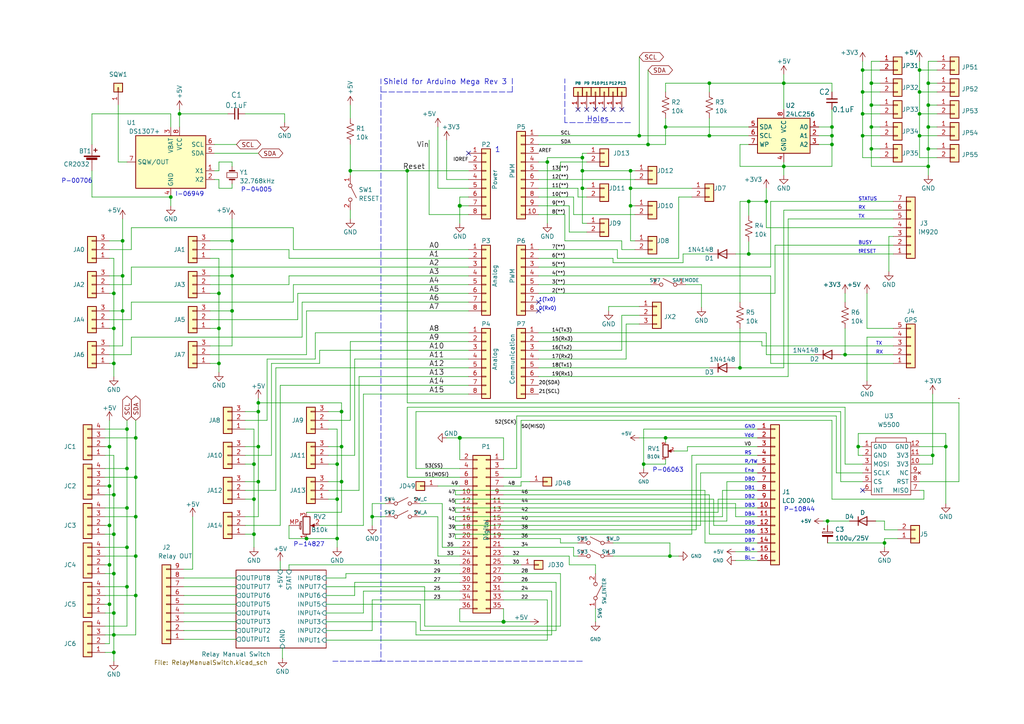
<source format=kicad_sch>
(kicad_sch (version 20211123) (generator eeschema)
  (paper "A4")
  (title_block (title "M304 UECS Controller shield for Arduino MEGA SMANOU2022") (date "2022-05-26") (rev "0.01") (company "AMPSD Kyushu Univ.") (comment 1 "RTC I2C"))
  (junction (at 266.7 33.02))
  (junction (at 270.51 132.08))
  (junction (at 33.02 95.25))
  (junction (at 245.11 102.87))
  (junction (at 39.37 172.72))
  (junction (at 274.32 129.54))
  (junction (at 73.66 154.94))
  (junction (at 250.19 26.67))
  (junction (at 217.17 58.42))
  (junction (at 214.63 106.68))
  (junction (at 133.35 59.69) (diameter 1.016))
  (junction (at 33.02 85.09))
  (junction (at 67.31 69.85))
  (junction (at 67.31 90.17))
  (junction (at 252.73 24.13))
  (junction (at 168.91 54.61))
  (junction (at 269.24 48.26))
  (junction (at 146.05 180.34) (diameter 1.016))
  (junction (at 31.75 140.97))
  (junction (at 97.79 156.21))
  (junction (at 252.73 36.83))
  (junction (at 248.92 129.54))
  (junction (at 269.24 30.48))
  (junction (at 52.07 33.02))
  (junction (at 182.88 54.61))
  (junction (at 118.11 49.53))
  (junction (at 97.79 144.78))
  (junction (at 33.02 154.94))
  (junction (at 269.24 43.18))
  (junction (at 35.56 69.85))
  (junction (at 217.17 73.66))
  (junction (at 63.5 95.25))
  (junction (at 31.75 175.26))
  (junction (at 168.91 45.72))
  (junction (at 36.83 135.89))
  (junction (at 107.95 149.86))
  (junction (at 33.02 189.23))
  (junction (at 39.37 149.86))
  (junction (at 266.7 39.37))
  (junction (at 193.04 36.83))
  (junction (at 39.37 127))
  (junction (at 33.02 166.37))
  (junction (at 73.66 144.78))
  (junction (at 33.02 105.41))
  (junction (at 63.5 85.09))
  (junction (at 266.7 26.67))
  (junction (at 31.75 152.4))
  (junction (at 88.9 156.21))
  (junction (at 252.73 43.18))
  (junction (at 49.53 57.15))
  (junction (at 194.31 161.29))
  (junction (at 63.5 105.41))
  (junction (at 39.37 138.43))
  (junction (at 36.83 147.32))
  (junction (at 74.93 129.54))
  (junction (at 227.33 48.26))
  (junction (at 186.69 134.62))
  (junction (at 33.02 143.51))
  (junction (at 256.54 157.48))
  (junction (at 73.66 134.62))
  (junction (at 31.75 163.83))
  (junction (at 101.6 49.53))
  (junction (at 35.56 90.17))
  (junction (at 74.93 139.7))
  (junction (at 241.3 39.37))
  (junction (at 205.74 24.13))
  (junction (at 39.37 161.29))
  (junction (at 168.91 49.53))
  (junction (at 31.75 129.54))
  (junction (at 74.93 119.38))
  (junction (at 187.96 41.91))
  (junction (at 222.25 58.42))
  (junction (at 36.83 124.46))
  (junction (at 182.88 59.69))
  (junction (at 266.7 20.32))
  (junction (at 250.19 20.32))
  (junction (at 99.06 119.38))
  (junction (at 182.88 49.53))
  (junction (at 185.42 39.37))
  (junction (at 250.19 33.02))
  (junction (at 250.19 39.37))
  (junction (at 99.06 139.7))
  (junction (at 33.02 184.15))
  (junction (at 33.02 177.8))
  (junction (at 252.73 30.48))
  (junction (at 133.35 127) (diameter 1.016))
  (junction (at 227.33 24.13))
  (junction (at 240.03 151.13))
  (junction (at 241.3 41.91))
  (junction (at 99.06 129.54))
  (junction (at 241.3 36.83))
  (junction (at 193.04 127))
  (junction (at 97.79 134.62))
  (junction (at 74.93 116.84))
  (junction (at 269.24 36.83))
  (junction (at 158.75 46.99))
  (junction (at 67.31 80.01))
  (junction (at 269.24 24.13))
  (junction (at 36.83 158.75))
  (junction (at 36.83 170.18))
  (junction (at 205.74 39.37))
  (junction (at 35.56 80.01))
  (no_connect (at 167.64 31.75))
  (no_connect (at 170.18 31.75))
  (no_connect (at 180.34 31.75))
  (no_connect (at 175.26 31.75))
  (no_connect (at 250.19 142.24))
  (no_connect (at 177.8 31.75))
  (no_connect (at 135.89 44.45))
  (no_connect (at 156.21 90.17))
  (no_connect (at 156.21 87.63))
  (no_connect (at 172.72 31.75))
  (wire (pts (xy 213.36 73.66) (xy 217.17 73.66)))
  (wire (pts (xy 55.88 165.1) (xy 53.34 165.1)))
  (wire (pts (xy 73.66 134.62) (xy 73.66 144.78)))
  (wire (pts (xy 205.74 39.37) (xy 217.17 39.37)))
  (wire (pts (xy 213.36 162.56) (xy 219.71 162.56)))
  (wire (pts (xy 269.24 48.26) (xy 269.24 50.8)))
  (wire (pts (xy 81.28 111.76) (xy 81.28 152.4)))
  (wire (pts (xy 267.97 142.24) (xy 266.7 142.24)))
  (wire (pts (xy 168.91 64.77) (xy 170.18 64.77)))
  (wire (pts (xy 250.19 33.02) (xy 250.19 39.37)))
  (wire (pts (xy 68.453 182.8832) (xy 53.34 182.8832)))
  (wire (pts (xy 151.13 138.43) (xy 146.05 138.43)))
  (wire (pts (xy 245.11 102.87) (xy 259.08 102.87)))
  (wire (pts (xy 238.76 151.13) (xy 240.03 151.13)))
  (wire (pts (xy 241.3 24.13) (xy 241.3 26.67)))
  (wire (pts (xy 31.75 72.39) (xy 38.1 72.39)))
  (wire (pts (xy 132.08 147.32) (xy 219.71 147.32)))
  (wire (pts (xy 219.71 127) (xy 193.04 127)))
  (wire (pts (xy 31.75 175.26) (xy 31.75 186.69)))
  (wire (pts (xy 80.01 106.68) (xy 80.01 142.24)))
  (wire (pts (xy 176.53 88.9) (xy 176.53 90.17)))
  (wire (pts (xy 63.5 54.61) (xy 67.31 54.61)))
  (wire (pts (xy 97.79 124.46) (xy 97.79 134.62)))
  (wire (pts (xy 87.63 87.63) (xy 135.89 87.63)))
  (wire (pts (xy 133.35 161.29) (xy 127 161.29)))
  (wire (pts (xy 187.96 20.32) (xy 187.96 41.91)))
  (wire (pts (xy 146.05 151.13) (xy 210.82 151.13)))
  (wire (pts (xy 35.56 69.85) (xy 35.56 80.01)))
  (wire (pts (xy 196.85 74.93) (xy 196.85 57.15)))
  (wire (pts (xy 30.48 124.46) (xy 36.83 124.46)))
  (wire (pts (xy 172.72 176.53) (xy 172.72 180.34)))
  (wire (pts (xy 149.86 120.65) (xy 149.86 135.89)))
  (wire (pts (xy 71.12 119.38) (xy 74.93 119.38)))
  (wire (pts (xy 162.56 49.53) (xy 162.56 46.99)))
  (wire (pts (xy 146.05 180.34) (xy 133.35 180.34)))
  (wire (pts (xy 168.91 49.53) (xy 182.88 49.53)))
  (wire (pts (xy 49.53 33.02) (xy 49.53 36.83)))
  (wire (pts (xy 133.35 151.13) (xy 132.08 151.13)))
  (wire (pts (xy 223.52 58.42) (xy 223.52 77.47)))
  (wire (pts (xy 248.92 129.54) (xy 248.92 125.73)))
  (wire (pts (xy 52.07 33.02) (xy 52.07 36.83)))
  (wire (pts (xy 270.51 114.3) (xy 270.51 132.08)))
  (wire (pts (xy 193.04 26.67) (xy 193.04 24.13)))
  (wire (pts (xy 74.93 129.54) (xy 74.93 139.7)))
  (wire (pts (xy 269.24 48.26) (xy 252.73 48.26)))
  (wire (pts (xy 240.03 151.13) (xy 246.38 151.13)))
  (wire (pts (xy 36.83 135.89) (xy 36.83 147.32)))
  (wire (pts (xy 146.05 133.35) (xy 146.05 127)))
  (wire (pts (xy 120.65 180.34) (xy 94.615 180.34)))
  (wire (pts (xy 165.1 161.29) (xy 165.1 163.83)))
  (wire (pts (xy 30.48 138.43) (xy 39.37 138.43)))
  (wire (pts (xy 94.615 177.8) (xy 105.41 177.8)))
  (wire (pts (xy 182.88 59.69) (xy 184.15 59.69)))
  (wire (pts (xy 81.28 165.354) (xy 81.28 162.7632)))
  (wire (pts (xy 31.75 100.33) (xy 35.56 100.33)))
  (wire (pts (xy 166.37 62.23) (xy 184.15 62.23)))
  (wire (pts (xy 156.21 54.61) (xy 167.64 54.61)))
  (wire (pts (xy 60.96 85.09) (xy 63.5 85.09)))
  (wire (pts (xy 133.35 57.15) (xy 133.35 59.69)))
  (wire (pts (xy 33.02 95.25) (xy 33.02 105.41)))
  (wire (pts (xy 241.3 31.75) (xy 241.3 36.83)))
  (wire (pts (xy 203.2 152.4) (xy 203.2 137.16)))
  (wire (pts (xy 33.02 184.15) (xy 33.02 189.23)))
  (wire (pts (xy 214.63 95.25) (xy 214.63 106.68)))
  (wire (pts (xy 101.6 41.91) (xy 101.6 49.53)))
  (wire (pts (xy 151.13 121.92) (xy 151.13 138.43)))
  (wire (pts (xy 184.15 49.53) (xy 182.88 49.53)))
  (wire (pts (xy 180.34 91.44) (xy 185.42 91.44)))
  (wire (pts (xy 88.9 148.59) (xy 99.06 148.59)))
  (wire (pts (xy 198.12 73.66) (xy 205.74 73.66)))
  (wire (pts (xy 166.37 158.75) (xy 146.05 158.75)))
  (wire (pts (xy 53.467 180.3017) (xy 53.34 180.34)))
  (wire (pts (xy 82.55 33.02) (xy 82.55 35.56)))
  (wire (pts (xy 71.12 33.02) (xy 82.55 33.02)))
  (wire (pts (xy 53.34 182.8832) (xy 53.34 182.88)))
  (wire (pts (xy 92.71 101.6) (xy 135.89 101.6)))
  (wire (pts (xy 132.08 144.78) (xy 207.01 144.78)))
  (wire (pts (xy 170.18 44.45) (xy 168.91 44.45)))
  (wire (pts (xy 222.25 58.42) (xy 222.25 66.04)))
  (wire (pts (xy 107.95 146.05) (xy 107.95 149.86)))
  (wire (pts (xy 132.08 146.05) (xy 132.08 144.78)))
  (wire (pts (xy 53.34 175.26) (xy 68.453 175.26)))
  (wire (pts (xy 266.7 33.02) (xy 271.78 33.02)))
  (wire (pts (xy 193.04 133.35) (xy 193.04 134.62)))
  (wire (pts (xy 151.13 121.92) (xy 241.3 121.92)))
  (wire (pts (xy 193.04 24.13) (xy 205.74 24.13)))
  (wire (pts (xy 213.36 160.02) (xy 219.71 160.02)))
  (wire (pts (xy 269.24 30.48) (xy 269.24 36.83)))
  (wire (pts (xy 259.08 71.12) (xy 224.79 71.12)))
  (wire (pts (xy 33.02 105.41) (xy 33.02 109.22)))
  (wire (pts (xy 227.33 21.59) (xy 227.33 24.13)))
  (wire (pts (xy 86.36 92.71) (xy 86.36 85.09)))
  (wire (pts (xy 38.1 102.87) (xy 38.1 97.79)))
  (wire (pts (xy 133.35 59.69) (xy 133.35 64.77)))
  (wire (pts (xy 39.37 149.86) (xy 39.37 161.29)))
  (polyline (pts (xy 110.49 163.83) (xy 110.49 191.77)))
  (wire (pts (xy 74.93 116.84) (xy 74.93 119.38)))
  (wire (pts (xy 86.36 85.09) (xy 135.89 85.09)))
  (wire (pts (xy 161.29 182.88) (xy 161.29 168.91)))
  (wire (pts (xy 266.7 39.37) (xy 266.7 45.72)))
  (wire (pts (xy 107.95 149.86) (xy 111.76 149.86)))
  (wire (pts (xy 177.8 74.93) (xy 177.8 76.2)))
  (wire (pts (xy 53.34 185.42) (xy 68.453 185.42)))
  (wire (pts (xy 214.63 58.42) (xy 214.63 87.63)))
  (wire (pts (xy 127 149.86) (xy 121.92 149.86)))
  (wire (pts (xy 63.5 49.53) (xy 63.5 46.99)))
  (wire (pts (xy 205.74 143.51) (xy 205.74 154.94)))
  (wire (pts (xy 129.54 52.07) (xy 135.89 52.07)))
  (wire (pts (xy 252.73 24.13) (xy 252.73 17.78)))
  (wire (pts (xy 31.75 152.4) (xy 31.75 163.83)))
  (polyline (pts (xy 182.88 35.56) (xy 163.83 35.56)) (stroke (width 0) (type dash)))
  (wire (pts (xy 63.5 95.25) (xy 63.5 105.41)))
  (wire (pts (xy 127 54.61) (xy 135.89 54.61)))
  (wire (pts (xy 127 149.86) (xy 127 161.29)))
  (wire (pts (xy 71.12 152.4) (xy 81.28 152.4)))
  (wire (pts (xy 31.75 186.69) (xy 30.48 186.69)))
  (wire (pts (xy 252.73 43.18) (xy 252.73 36.83)))
  (wire (pts (xy 88.9 156.21) (xy 97.79 156.21)))
  (wire (pts (xy 83.82 80.01) (xy 135.89 80.01)))
  (wire (pts (xy 81.915 187.96) (xy 81.915 190.9572)))
  (wire (pts (xy 213.36 149.86) (xy 219.71 149.86)))
  (wire (pts (xy 127 36.83) (xy 127 54.61)))
  (wire (pts (xy 71.12 132.08) (xy 78.74 132.08)))
  (wire (pts (xy 227.33 60.96) (xy 227.33 106.68)))
  (wire (pts (xy 146.05 153.67) (xy 201.93 153.67)))
  (wire (pts (xy 33.02 85.09) (xy 33.02 95.25)))
  (wire (pts (xy 133.35 173.99) (xy 107.95 173.99)))
  (wire (pts (xy 71.12 142.24) (xy 80.01 142.24)))
  (wire (pts (xy 193.04 127) (xy 193.04 128.27)))
  (wire (pts (xy 31.75 82.55) (xy 38.1 82.55)))
  (wire (pts (xy 35.56 63.5) (xy 35.56 69.85)))
  (wire (pts (xy 242.57 120.65) (xy 242.57 137.16)))
  (polyline (pts (xy 163.83 35.56) (xy 163.83 22.86)) (stroke (width 0) (type dash)))
  (wire (pts (xy 205.74 24.13) (xy 227.33 24.13)))
  (wire (pts (xy 228.6 63.5) (xy 228.6 109.22)))
  (wire (pts (xy 146.05 171.45) (xy 160.02 171.45)))
  (wire (pts (xy 186.69 134.62) (xy 186.69 135.89)))
  (wire (pts (xy 133.35 143.51) (xy 132.08 143.51)))
  (wire (pts (xy 224.79 71.12) (xy 224.79 85.09)))
  (wire (pts (xy 256.54 156.21) (xy 256.54 157.48)))
  (wire (pts (xy 252.73 30.48) (xy 252.73 24.13)))
  (wire (pts (xy 278.13 116.84) (xy 118.11 116.84)))
  (wire (pts (xy 129.54 40.64) (xy 129.54 52.07)))
  (wire (pts (xy 163.83 69.85) (xy 180.34 69.85)))
  (wire (pts (xy 227.33 48.26) (xy 241.3 48.26)))
  (wire (pts (xy 71.12 154.94) (xy 73.66 154.94)))
  (wire (pts (xy 78.74 105.41) (xy 78.74 132.08)))
  (wire (pts (xy 67.31 90.17) (xy 67.31 100.33)))
  (wire (pts (xy 60.96 69.85) (xy 67.31 69.85)))
  (wire (pts (xy 243.84 102.87) (xy 245.11 102.87)))
  (wire (pts (xy 53.34 167.64) (xy 68.453 167.64)))
  (wire (pts (xy 252.73 17.78) (xy 255.27 17.78)))
  (wire (pts (xy 266.7 39.37) (xy 271.78 39.37)))
  (wire (pts (xy 85.09 72.39) (xy 135.89 72.39)))
  (wire (pts (xy 99.06 139.7) (xy 99.06 129.54)))
  (wire (pts (xy 132.08 153.67) (xy 132.08 152.4)))
  (wire (pts (xy 217.17 36.83) (xy 193.04 36.83)))
  (wire (pts (xy 121.92 175.26) (xy 121.92 182.88)))
  (wire (pts (xy 120.65 119.38) (xy 243.84 119.38)))
  (wire (pts (xy 62.23 41.91) (xy 68.58 41.91)))
  (wire (pts (xy 80.01 106.68) (xy 135.89 106.68)))
  (wire (pts (xy 118.11 138.43) (xy 133.35 138.43)))
  (wire (pts (xy 31.75 95.25) (xy 33.02 95.25)))
  (wire (pts (xy 205.74 154.94) (xy 219.71 154.94)))
  (wire (pts (xy 81.28 111.76) (xy 135.89 111.76)))
  (wire (pts (xy 241.3 144.78) (xy 267.97 144.78)))
  (wire (pts (xy 217.17 58.42) (xy 222.25 58.42)))
  (wire (pts (xy 132.08 152.4) (xy 203.2 152.4)))
  (wire (pts (xy 198.12 76.2) (xy 198.12 73.66)))
  (wire (pts (xy 200.66 154.94) (xy 200.66 132.08)))
  (wire (pts (xy 133.35 171.45) (xy 105.41 171.45)))
  (wire (pts (xy 88.9 90.17) (xy 135.89 90.17)))
  (wire (pts (xy 214.63 41.91) (xy 214.63 48.26)))
  (wire (pts (xy 227.33 24.13) (xy 241.3 24.13)))
  (wire (pts (xy 83.82 72.39) (xy 83.82 74.93)))
  (wire (pts (xy 256.54 157.48) (xy 256.54 158.75)))
  (wire (pts (xy 198.882 82.55) (xy 203.454 82.55)))
  (wire (pts (xy 105.41 114.3) (xy 135.89 114.3)))
  (wire (pts (xy 146.05 140.97) (xy 151.13 140.97)))
  (wire (pts (xy 30.48 129.54) (xy 31.75 129.54)))
  (wire (pts (xy 278.13 139.7) (xy 278.13 116.84)))
  (wire (pts (xy 250.19 20.32) (xy 255.27 20.32)))
  (wire (pts (xy 158.75 45.72) (xy 158.75 46.99)))
  (wire (pts (xy 118.11 49.53) (xy 135.89 49.53)))
  (wire (pts (xy 156.21 57.15) (xy 166.37 57.15)))
  (wire (pts (xy 156.21 109.22) (xy 228.6 109.22)))
  (wire (pts (xy 156.21 39.37) (xy 185.42 39.37)))
  (wire (pts (xy 104.14 142.24) (xy 104.14 109.22)))
  (wire (pts (xy 165.1 67.31) (xy 170.18 67.31)))
  (wire (pts (xy 156.21 72.39) (xy 179.07 72.39)))
  (wire (pts (xy 95.25 132.08) (xy 102.87 132.08)))
  (wire (pts (xy 199.39 130.81) (xy 199.39 129.54)))
  (wire (pts (xy 168.91 54.61) (xy 168.91 64.77)))
  (wire (pts (xy 266.7 134.62) (xy 270.51 134.62)))
  (wire (pts (xy 49.53 57.15) (xy 49.53 59.69)))
  (wire (pts (xy 227.33 24.13) (xy 227.33 31.75)))
  (wire (pts (xy 260.35 156.21) (xy 256.54 156.21)))
  (wire (pts (xy 128.27 146.05) (xy 128.27 158.75)))
  (polyline (pts (xy 110.49 191.77) (xy 109.22 191.77)))
  (wire (pts (xy 267.97 144.78) (xy 267.97 142.24)))
  (wire (pts (xy 266.7 139.7) (xy 278.13 139.7)))
  (wire (pts (xy 266.7 45.72) (xy 271.78 45.72)))
  (wire (pts (xy 266.7 20.32) (xy 266.7 26.67)))
  (wire (pts (xy 63.5 85.09) (xy 63.5 95.25)))
  (wire (pts (xy 39.37 184.15) (xy 33.02 184.15)))
  (wire (pts (xy 146.05 127) (xy 133.35 127)))
  (wire (pts (xy 99.06 116.84) (xy 74.93 116.84)))
  (wire (pts (xy 39.37 138.43) (xy 39.37 149.86)))
  (wire (pts (xy 39.37 121.92) (xy 39.37 127)))
  (wire (pts (xy 162.56 156.21) (xy 146.05 156.21)))
  (wire (pts (xy 271.78 24.13) (xy 269.24 24.13)))
  (wire (pts (xy 133.35 133.35) (xy 133.35 127)))
  (wire (pts (xy 95.25 134.62) (xy 97.79 134.62)))
  (wire (pts (xy 49.53 33.02) (xy 26.67 33.02)))
  (wire (pts (xy 132.08 156.21) (xy 132.08 154.94)))
  (wire (pts (xy 250.19 26.67) (xy 255.27 26.67)))
  (wire (pts (xy 201.93 134.62) (xy 219.71 134.62)))
  (wire (pts (xy 102.87 172.72) (xy 102.87 168.91)))
  (wire (pts (xy 168.91 45.72) (xy 168.91 49.53)))
  (wire (pts (xy 81.915 190.9572) (xy 81.9404 190.9572)))
  (wire (pts (xy 34.29 30.48) (xy 34.29 46.99)))
  (wire (pts (xy 94.615 170.18) (xy 123.19 170.18)))
  (wire (pts (xy 73.66 154.94) (xy 73.66 158.75)))
  (wire (pts (xy 31.75 102.87) (xy 38.1 102.87)))
  (wire (pts (xy 217.17 58.42) (xy 214.63 58.42)))
  (wire (pts (xy 270.51 132.08) (xy 266.7 132.08)))
  (wire (pts (xy 274.32 125.73) (xy 274.32 129.54)))
  (wire (pts (xy 250.19 26.67) (xy 250.19 33.02)))
  (wire (pts (xy 77.47 104.14) (xy 77.47 121.92)))
  (wire (pts (xy 101.6 49.53) (xy 101.6 50.8)))
  (wire (pts (xy 252.73 24.13) (xy 255.27 24.13)))
  (wire (pts (xy 95.25 121.92) (xy 101.6 121.92)))
  (wire (pts (xy 187.96 41.91) (xy 193.04 41.91)))
  (wire (pts (xy 95.25 124.46) (xy 97.79 124.46)))
  (wire (pts (xy 94.615 167.64) (xy 100.33 167.64)))
  (wire (pts (xy 83.82 152.4) (xy 83.82 156.21)))
  (wire (pts (xy 269.24 24.13) (xy 269.24 30.48)))
  (wire (pts (xy 217.17 41.91) (xy 214.63 41.91)))
  (wire (pts (xy 31.75 92.71) (xy 38.1 92.71)))
  (wire (pts (xy 162.56 46.99) (xy 170.18 46.99)))
  (wire (pts (xy 71.12 124.46) (xy 73.66 124.46)))
  (wire (pts (xy 31.75 80.01) (xy 35.56 80.01)))
  (wire (pts (xy 156.21 99.06) (xy 220.98 99.06)))
  (wire (pts (xy 71.12 121.92) (xy 77.47 121.92)))
  (wire (pts (xy 105.41 152.4) (xy 105.41 114.3)))
  (wire (pts (xy 35.56 80.01) (xy 35.56 90.17)))
  (wire (pts (xy 74.93 139.7) (xy 71.12 139.7)))
  (wire (pts (xy 252.73 43.18) (xy 255.27 43.18)))
  (wire (pts (xy 182.88 54.61) (xy 182.88 59.69)))
  (wire (pts (xy 180.34 72.39) (xy 184.15 72.39)))
  (wire (pts (xy 30.48 172.72) (xy 39.37 172.72)))
  (wire (pts (xy 107.95 182.88) (xy 94.615 182.88)))
  (wire (pts (xy 102.87 104.14) (xy 135.89 104.14)))
  (wire (pts (xy 87.63 97.79) (xy 87.63 87.63)))
  (wire (pts (xy 26.67 49.53) (xy 26.67 57.15)))
  (wire (pts (xy 156.21 49.53) (xy 162.56 49.53)))
  (wire (pts (xy 259.08 60.96) (xy 227.33 60.96)))
  (wire (pts (xy 237.49 39.37) (xy 241.3 39.37)))
  (wire (pts (xy 83.82 74.93) (xy 135.89 74.93)))
  (wire (pts (xy 88.9 102.87) (xy 88.9 90.17)))
  (polyline (pts (xy 110.49 26.67) (xy 148.59 26.67)) (stroke (width 0) (type dash)))
  (wire (pts (xy 257.81 68.58) (xy 257.81 78.74)))
  (wire (pts (xy 132.08 148.59) (xy 132.08 147.32)))
  (wire (pts (xy 266.7 26.67) (xy 266.7 33.02)))
  (wire (pts (xy 241.3 144.78) (xy 241.3 121.92)))
  (wire (pts (xy 128.27 146.05) (xy 121.92 146.05)))
  (wire (pts (xy 67.31 54.61) (xy 67.31 53.34)))
  (wire (pts (xy 186.69 124.46) (xy 186.69 134.62)))
  (wire (pts (xy 181.61 93.98) (xy 185.42 93.98)))
  (wire (pts (xy 156.21 77.47) (xy 223.52 77.47)))
  (wire (pts (xy 83.82 163.83) (xy 133.35 163.83)))
  (wire (pts (xy 252.73 30.48) (xy 255.27 30.48)))
  (wire (pts (xy 252.73 48.26) (xy 252.73 43.18)))
  (wire (pts (xy 243.84 139.7) (xy 250.19 139.7)))
  (wire (pts (xy 121.92 182.88) (xy 161.29 182.88)))
  (wire (pts (xy 165.1 59.69) (xy 165.1 67.31)))
  (wire (pts (xy 160.02 184.15) (xy 120.65 184.15)))
  (wire (pts (xy 60.96 102.87) (xy 88.9 102.87)))
  (wire (pts (xy 195.58 130.81) (xy 199.39 130.81)))
  (wire (pts (xy 182.88 59.69) (xy 182.88 69.85)))
  (wire (pts (xy 156.21 52.07) (xy 184.15 52.07)))
  (wire (pts (xy 120.65 135.89) (xy 133.35 135.89)))
  (wire (pts (xy 245.11 85.09) (xy 245.11 87.63)))
  (wire (pts (xy 269.24 36.83) (xy 269.24 43.18)))
  (wire (pts (xy 194.31 161.29) (xy 196.85 161.29)))
  (wire (pts (xy 30.48 163.83) (xy 31.75 163.83)))
  (wire (pts (xy 78.74 105.41) (xy 92.71 105.41)))
  (wire (pts (xy 201.93 153.67) (xy 201.93 134.62)))
  (wire (pts (xy 74.93 119.38) (xy 74.93 129.54)))
  (wire (pts (xy 269.24 43.18) (xy 269.24 48.26)))
  (wire (pts (xy 63.5 105.41) (xy 63.5 107.95)))
  (wire (pts (xy 274.32 129.54) (xy 266.7 129.54)))
  (wire (pts (xy 168.91 54.61) (xy 170.18 54.61)))
  (wire (pts (xy 222.25 54.61) (xy 222.25 58.42)))
  (wire (pts (xy 207.01 152.4) (xy 219.71 152.4)))
  (polyline (pts (xy 110.49 163.83) (xy 110.49 22.86)) (stroke (width 0) (type dash)))
  (wire (pts (xy 153.67 180.34) (xy 146.05 180.34)))
  (wire (pts (xy 30.48 158.75) (xy 36.83 158.75)))
  (wire (pts (xy 146.05 146.05) (xy 213.36 146.05)))
  (wire (pts (xy 146.05 135.89) (xy 149.86 135.89)))
  (wire (pts (xy 182.88 54.61) (xy 200.66 54.61)))
  (wire (pts (xy 31.75 121.92) (xy 31.75 129.54)))
  (wire (pts (xy 30.48 166.37) (xy 33.02 166.37)))
  (wire (pts (xy 250.19 17.78) (xy 250.19 20.32)))
  (wire (pts (xy 196.85 57.15) (xy 200.66 57.15)))
  (wire (pts (xy 63.5 46.99) (xy 67.31 46.99)))
  (wire (pts (xy 53.467 180.3017) (xy 68.453 180.3017)))
  (wire (pts (xy 209.55 142.24) (xy 219.71 142.24)))
  (wire (pts (xy 30.48 149.86) (xy 39.37 149.86)))
  (wire (pts (xy 30.48 175.26) (xy 31.75 175.26)))
  (wire (pts (xy 95.25 139.7) (xy 99.06 139.7)))
  (wire (pts (xy 67.31 69.85) (xy 67.31 80.01)))
  (wire (pts (xy 33.02 154.94) (xy 33.02 166.37)))
  (wire (pts (xy 30.48 132.08) (xy 33.02 132.08)))
  (wire (pts (xy 39.37 127) (xy 39.37 138.43)))
  (wire (pts (xy 71.12 134.62) (xy 73.66 134.62)))
  (wire (pts (xy 102.87 132.08) (xy 102.87 104.14)))
  (wire (pts (xy 156.21 106.68) (xy 205.74 106.68)))
  (wire (pts (xy 38.1 92.71) (xy 38.1 87.63)))
  (wire (pts (xy 156.21 41.91) (xy 187.96 41.91)))
  (wire (pts (xy 259.08 100.33) (xy 220.98 100.33)))
  (wire (pts (xy 31.75 140.97) (xy 31.75 152.4)))
  (wire (pts (xy 31.75 129.54) (xy 31.75 140.97)))
  (wire (pts (xy 60.96 95.25) (xy 63.5 95.25)))
  (wire (pts (xy 227.33 46.99) (xy 227.33 48.26)))
  (wire (pts (xy 99.06 148.59) (xy 99.06 139.7)))
  (wire (pts (xy 104.14 109.22) (xy 135.89 109.22)))
  (wire (pts (xy 204.47 142.24) (xy 204.47 157.48)))
  (wire (pts (xy 180.34 69.85) (xy 180.34 72.39)))
  (wire (pts (xy 162.56 181.61) (xy 123.19 181.61)))
  (wire (pts (xy 269.24 17.78) (xy 269.24 24.13)))
  (wire (pts (xy 30.48 152.4) (xy 31.75 152.4)))
  (wire (pts (xy 38.1 97.79) (xy 87.63 97.79)))
  (wire (pts (xy 146.05 143.51) (xy 205.74 143.51)))
  (wire (pts (xy 67.31 100.33) (xy 60.96 100.33)))
  (wire (pts (xy 241.3 39.37) (xy 241.3 36.83)))
  (wire (pts (xy 251.46 85.09) (xy 251.46 95.25)))
  (wire (pts (xy 259.08 97.79) (xy 251.46 97.79)))
  (wire (pts (xy 120.65 184.15) (xy 120.65 180.34)))
  (wire (pts (xy 38.1 72.39) (xy 38.1 66.04)))
  (wire (pts (xy 222.25 66.04) (xy 259.08 66.04)))
  (wire (pts (xy 158.75 46.99) (xy 156.21 46.99)))
  (wire (pts (xy 156.21 96.52) (xy 222.25 96.52)))
  (wire (pts (xy 156.21 74.93) (xy 177.8 74.93)))
  (wire (pts (xy 266.7 20.32) (xy 271.78 20.32)))
  (wire (pts (xy 118.11 49.53) (xy 118.11 116.84)))
  (wire (pts (xy 85.09 87.63) (xy 85.09 82.55)))
  (wire (pts (xy 156.21 59.69) (xy 165.1 59.69)))
  (wire (pts (xy 146.05 180.34) (xy 146.05 176.53)))
  (wire (pts (xy 135.89 59.69) (xy 133.35 59.69)))
  (wire (pts (xy 205.74 24.13) (xy 205.74 26.67)))
  (wire (pts (xy 200.66 132.08) (xy 219.71 132.08)))
  (wire (pts (xy 36.83 158.75) (xy 36.83 170.18)))
  (wire (pts (xy 53.34 170.18) (xy 68.453 170.18)))
  (wire (pts (xy 39.37 161.29) (xy 39.37 172.72)))
  (wire (pts (xy 71.12 149.86) (xy 74.93 149.86)))
  (wire (pts (xy 128.27 158.75) (xy 133.35 158.75)))
  (wire (pts (xy 177.8 161.29) (xy 194.31 161.29)))
  (wire (pts (xy 259.08 63.5) (xy 228.6 63.5)))
  (wire (pts (xy 33.02 177.8) (xy 33.02 184.15)))
  (wire (pts (xy 97.79 156.21) (xy 97.79 158.75)))
  (wire (pts (xy 102.87 168.91) (xy 133.35 168.91)))
  (wire (pts (xy 172.72 163.83) (xy 172.72 166.37)))
  (wire (pts (xy 166.37 57.15) (xy 166.37 62.23)))
  (wire (pts (xy 92.71 152.4) (xy 105.41 152.4)))
  (wire (pts (xy 250.19 132.08) (xy 248.92 132.08)))
  (wire (pts (xy 38.1 82.55) (xy 38.1 77.47)))
  (wire (pts (xy 250.19 39.37) (xy 250.19 45.72)))
  (wire (pts (xy 62.23 44.45) (xy 74.93 44.45)))
  (wire (pts (xy 160.02 184.15) (xy 160.02 171.45)))
  (wire (pts (xy 101.6 49.53) (xy 118.11 49.53)))
  (wire (pts (xy 250.19 45.72) (xy 255.27 45.72)))
  (wire (pts (xy 146.05 163.83) (xy 151.13 163.83)))
  (wire (pts (xy 31.75 74.93) (xy 33.02 74.93)))
  (wire (pts (xy 250.19 39.37) (xy 255.27 39.37)))
  (wire (pts (xy 30.48 135.89) (xy 36.83 135.89)))
  (wire (pts (xy 167.64 54.61) (xy 167.64 57.15)))
  (wire (pts (xy 132.08 154.94) (xy 200.66 154.94)))
  (wire (pts (xy 135.89 62.23) (xy 124.46 62.23)))
  (wire (pts (xy 242.57 137.16) (xy 250.19 137.16)))
  (wire (pts (xy 163.83 62.23) (xy 163.83 69.85)))
  (wire (pts (xy 151.13 139.7) (xy 153.67 139.7)))
  (wire (pts (xy 94.615 172.72) (xy 102.87 172.72)))
  (wire (pts (xy 158.75 185.674) (xy 94.615 185.674)))
  (wire (pts (xy 118.11 138.43) (xy 118.11 118.11)))
  (wire (pts (xy 83.82 163.83) (xy 83.82 165.354)))
  (wire (pts (xy 271.78 17.78) (xy 269.24 17.78)))
  (wire (pts (xy 53.34 177.8) (xy 68.453 177.8)))
  (wire (pts (xy 269.24 43.18) (xy 271.78 43.18)))
  (wire (pts (xy 166.37 158.75) (xy 166.37 161.29)))
  (wire (pts (xy 185.42 39.37) (xy 205.74 39.37)))
  (wire (pts (xy 132.08 149.86) (xy 209.55 149.86)))
  (wire (pts (xy 62.23 52.07) (xy 63.5 52.07)))
  (wire (pts (xy 105.41 171.45) (xy 105.41 177.8)))
  (wire (pts (xy 266.7 17.78) (xy 266.7 20.32)))
  (wire (pts (xy 100.33 167.64) (xy 100.33 166.37)))
  (wire (pts (xy 167.64 57.15) (xy 170.18 57.15)))
  (wire (pts (xy 85.09 66.04) (xy 85.09 72.39)))
  (wire (pts (xy 95.25 119.38) (xy 99.06 119.38)))
  (wire (pts (xy 146.05 173.99) (xy 158.75 173.99)))
  (wire (pts (xy 30.48 154.94) (xy 33.02 154.94)))
  (wire (pts (xy 36.83 124.46) (xy 36.83 135.89)))
  (wire (pts (xy 274.32 146.05) (xy 274.32 129.54)))
  (wire (pts (xy 193.04 127) (xy 185.42 127)))
  (wire (pts (xy 26.67 33.02) (xy 26.67 41.91)))
  (wire (pts (xy 236.22 102.87) (xy 222.25 102.87)))
  (wire (pts (xy 132.08 151.13) (xy 132.08 149.86)))
  (wire (pts (xy 217.17 73.66) (xy 259.08 73.66)))
  (wire (pts (xy 36.83 170.18) (xy 36.83 181.61)))
  (wire (pts (xy 38.1 66.04) (xy 85.09 66.04)))
  (wire (pts (xy 181.61 104.14) (xy 181.61 93.98)))
  (wire (pts (xy 168.91 45.72) (xy 158.75 45.72)))
  (wire (pts (xy 127 140.97) (xy 133.35 140.97)))
  (wire (pts (xy 146.05 168.91) (xy 161.29 168.91)))
  (wire (pts (xy 60.96 92.71) (xy 86.36 92.71)))
  (wire (pts (xy 220.98 100.33) (xy 220.98 99.06)))
  (wire (pts (xy 185.42 16.51) (xy 185.42 39.37)))
  (wire (pts (xy 97.79 134.62) (xy 97.79 144.78)))
  (wire (pts (xy 133.35 153.67) (xy 132.08 153.67)))
  (wire (pts (xy 177.8 76.2) (xy 198.12 76.2)))
  (wire (pts (xy 156.21 104.14) (xy 181.61 104.14)))
  (wire (pts (xy 30.48 170.18) (xy 36.83 170.18)))
  (wire (pts (xy 33.02 143.51) (xy 33.02 154.94)))
  (wire (pts (xy 162.56 157.48) (xy 162.56 156.21)))
  (wire (pts (xy 55.88 149.86) (xy 55.88 165.1)))
  (wire (pts (xy 101.6 99.06) (xy 135.89 99.06)))
  (wire (pts (xy 158.75 173.99) (xy 158.75 185.674)))
  (wire (pts (xy 135.89 57.15) (xy 133.35 57.15)))
  (wire (pts (xy 60.96 80.01) (xy 67.31 80.01)))
  (wire (pts (xy 67.31 46.99) (xy 67.31 48.26)))
  (wire (pts (xy 30.48 147.32) (xy 36.83 147.32)))
  (wire (pts (xy 214.63 106.68) (xy 213.36 106.68)))
  (wire (pts (xy 217.17 58.42) (xy 217.17 62.484)))
  (wire (pts (xy 266.7 33.02) (xy 266.7 39.37)))
  (wire (pts (xy 31.75 163.83) (xy 31.75 175.26)))
  (wire (pts (xy 237.49 41.91) (xy 241.3 41.91)))
  (wire (pts (xy 67.31 80.01) (xy 67.31 90.17)))
  (wire (pts (xy 33.02 166.37) (xy 33.02 177.8)))
  (wire (pts (xy 133.35 146.05) (xy 132.08 146.05)))
  (wire (pts (xy 31.75 85.09) (xy 33.02 85.09)))
  (wire (pts (xy 63.5 52.07) (xy 63.5 54.61)))
  (wire (pts (xy 208.28 144.78) (xy 219.71 144.78)))
  (wire (pts (xy 182.88 49.53) (xy 182.88 54.61)))
  (wire (pts (xy 227.33 48.26) (xy 227.33 50.8)))
  (wire (pts (xy 33.02 74.93) (xy 33.02 85.09)))
  (wire (pts (xy 166.37 161.29) (xy 167.64 161.29)))
  (wire (pts (xy 97.79 144.78) (xy 97.79 156.21)))
  (wire (pts (xy 194.31 157.48) (xy 194.31 161.29)))
  (wire (pts (xy 259.08 68.58) (xy 257.81 68.58)))
  (wire (pts (xy 223.52 105.41) (xy 223.52 80.01)))
  (wire (pts (xy 123.19 181.61) (xy 123.19 170.18)))
  (wire (pts (xy 156.21 62.23) (xy 163.83 62.23)))
  (wire (pts (xy 146.05 148.59) (xy 208.28 148.59)))
  (wire (pts (xy 31.75 105.41) (xy 33.02 105.41)))
  (wire (pts (xy 256.54 151.13) (xy 256.54 153.67)))
  (wire (pts (xy 71.12 129.54) (xy 74.93 129.54)))
  (wire (pts (xy 179.07 74.93) (xy 196.85 74.93)))
  (polyline (pts (xy 148.59 26.67) (xy 148.59 22.225)) (stroke (width 0) (type dash)))
  (wire (pts (xy 245.11 118.11) (xy 245.11 134.62)))
  (wire (pts (xy 63.5 74.93) (xy 63.5 85.09)))
  (wire (pts (xy 132.08 142.24) (xy 204.47 142.24)))
  (wire (pts (xy 67.31 63.5) (xy 67.31 69.85)))
  (wire (pts (xy 99.06 116.84) (xy 99.06 119.38)))
  (wire (pts (xy 95.25 129.54) (xy 99.06 129.54)))
  (wire (pts (xy 241.3 36.83) (xy 237.49 36.83)))
  (wire (pts (xy 34.29 46.99) (xy 36.83 46.99)))
  (wire (pts (xy 214.63 106.68) (xy 227.33 106.68)))
  (wire (pts (xy 252.73 36.83) (xy 255.27 36.83)))
  (wire (pts (xy 256.54 153.67) (xy 260.35 153.67)))
  (wire (pts (xy 214.63 48.26) (xy 227.33 48.26)))
  (wire (pts (xy 156.21 101.6) (xy 180.34 101.6)))
  (wire (pts (xy 252.73 36.83) (xy 252.73 30.48)))
  (wire (pts (xy 250.19 20.32) (xy 250.19 26.67)))
  (wire (pts (xy 101.6 30.48) (xy 101.6 34.29)))
  (wire (pts (xy 30.48 161.29) (xy 39.37 161.29)))
  (wire (pts (xy 168.91 49.53) (xy 168.91 54.61)))
  (wire (pts (xy 35.56 90.17) (xy 35.56 100.33)))
  (wire (pts (xy 210.82 151.13) (xy 210.82 139.7)))
  (wire (pts (xy 36.83 121.92) (xy 36.83 124.46)))
  (wire (pts (xy 133.35 148.59) (xy 132.08 148.59)))
  (wire (pts (xy 250.19 129.54) (xy 248.92 129.54)))
  (wire (pts (xy 118.11 118.11) (xy 245.11 118.11)))
  (wire (pts (xy 156.21 82.55) (xy 188.722 82.55)))
  (wire (pts (xy 177.8 157.48) (xy 194.31 157.48)))
  (wire (pts (xy 39.37 172.72) (xy 39.37 184.15)))
  (wire (pts (xy 213.36 146.05) (xy 213.36 149.86)))
  (wire (pts (xy 259.08 58.42) (xy 223.52 58.42)))
  (wire (pts (xy 30.48 140.97) (xy 31.75 140.97)))
  (wire (pts (xy 133.35 180.34) (xy 133.35 176.53)))
  (wire (pts (xy 38.1 87.63) (xy 85.09 87.63)))
  (wire (pts (xy 36.83 147.32) (xy 36.83 158.75)))
  (wire (pts (xy 245.11 134.62) (xy 250.19 134.62)))
  (wire (pts (xy 270.51 132.08) (xy 270.51 134.62)))
  (wire (pts (xy 251.46 97.79) (xy 251.46 110.49)))
  (wire (pts (xy 207.01 144.78) (xy 207.01 152.4)))
  (wire (pts (xy 167.64 157.48) (xy 162.56 157.48)))
  (wire (pts (xy 241.3 41.91) (xy 241.3 39.37)))
  (wire (pts (xy 248.92 129.54) (xy 248.92 132.08)))
  (wire (pts (xy 95.25 144.78) (xy 97.79 144.78)))
  (wire (pts (xy 245.11 95.25) (xy 245.11 102.87)))
  (wire (pts (xy 74.93 115.57) (xy 74.93 116.84)))
  (wire (pts (xy 149.86 120.65) (xy 242.57 120.65)))
  (wire (pts (xy 60.96 74.93) (xy 63.5 74.93)))
  (wire (pts (xy 269.24 30.48) (xy 271.78 30.48)))
  (wire (pts (xy 60.96 82.55) (xy 83.82 82.55)))
  (wire (pts (xy 36.83 181.61) (xy 30.48 181.61)))
  (wire (pts (xy 52.07 31.75) (xy 52.07 33.02)))
  (wire (pts (xy 243.84 119.38) (xy 243.84 139.7)))
  (wire (pts (xy 251.46 95.25) (xy 259.08 95.25)))
  (wire (pts (xy 91.44 96.52) (xy 135.89 96.52)))
  (wire (pts (xy 266.7 26.67) (xy 271.78 26.67)))
  (wire (pts (xy 254 151.13) (xy 256.54 151.13)))
  (wire (pts (xy 30.48 177.8) (xy 33.02 177.8)))
  (wire (pts (xy 222.25 102.87) (xy 222.25 96.52)))
  (wire (pts (xy 31.75 69.85) (xy 35.56 69.85)))
  (wire (pts (xy 240.03 152.4) (xy 240.03 151.13)))
  (wire (pts (xy 185.42 88.9) (xy 176.53 88.9)))
  (wire (pts (xy 73.66 124.46) (xy 73.66 134.62)))
  (wire (pts (xy 146.05 161.29) (xy 165.1 161.29)))
  (wire (pts (xy 209.55 149.86) (xy 209.55 142.24)))
  (wire (pts (xy 52.07 33.02) (xy 66.04 33.02)))
  (wire (pts (xy 269.24 36.83) (xy 271.78 36.83)))
  (wire (pts (xy 101.6 60.96) (xy 101.6 63.5)))
  (wire (pts (xy 193.04 34.29) (xy 193.04 36.83)))
  (wire (pts (xy 156.21 85.09) (xy 224.79 85.09)))
  (wire (pts (xy 31.75 90.17) (xy 35.56 90.17)))
  (wire (pts (xy 53.34 172.72) (xy 68.453 172.72)))
  (wire (pts (xy 95.25 142.24) (xy 104.14 142.24)))
  (wire (pts (xy 132.08 143.51) (xy 132.08 142.24)))
  (wire (pts (xy 219.71 124.46) (xy 186.69 124.46)))
  (wire (pts (xy 199.39 129.54) (xy 219.71 129.54)))
  (wire (pts (xy 186.69 134.62) (xy 193.04 134.62)))
  (wire (pts (xy 60.96 72.39) (xy 83.82 72.39)))
  (wire (pts (xy 162.56 166.37) (xy 162.56 181.61)))
  (wire (pts (xy 210.82 139.7) (xy 219.71 139.7)))
  (wire (pts (xy 91.44 104.14) (xy 91.44 96.52)))
  (wire (pts (xy 111.76 146.05) (xy 107.95 146.05)))
  (wire (pts (xy 208.28 148.59) (xy 208.28 144.78)))
  (wire (pts (xy 33.02 132.08) (xy 33.02 143.51)))
  (wire (pts (xy 100.33 166.37) (xy 133.35 166.37)))
  (wire (pts (xy 168.91 44.45) (xy 168.91 45.72)))
  (wire (pts (xy 203.2 137.16) (xy 219.71 137.16)))
  (wire (pts (xy 248.92 125.73) (xy 274.32 125.73)))
  (wire (pts (xy 99.06 119.38) (xy 99.06 129.54)))
  (wire (pts (xy 33.02 184.15) (xy 30.48 184.15)))
  (wire (pts (xy 30.48 189.23) (xy 33.02 189.23)))
  (wire (pts (xy 241.3 48.26) (xy 241.3 41.91)))
  (wire (pts (xy 193.04 36.83) (xy 193.04 41.91)))
  (wire (pts (xy 217.17 70.104) (xy 217.17 73.66)))
  (wire (pts (xy 30.48 143.51) (xy 33.02 143.51)))
  (wire (pts (xy 38.1 77.47) (xy 135.89 77.47)))
  (wire (pts (xy 107.95 173.99) (xy 107.95 182.88)))
  (wire (pts (xy 30.48 127) (xy 39.37 127)))
  (wire (pts (xy 179.07 72.39) (xy 179.07 74.93)))
  (wire (pts (xy 165.1 163.83) (xy 172.72 163.83)))
  (wire (pts (xy 204.47 157.48) (xy 219.71 157.48)))
  (wire (pts (xy 26.67 57.15) (xy 49.53 57.15)))
  (wire (pts (xy 182.88 69.85) (xy 184.15 69.85)))
  (wire (pts (xy 101.6 99.06) (xy 101.6 121.92)))
  (wire (pts (xy 60.96 105.41) (xy 63.5 105.41)))
  (wire (pts (xy 83.82 156.21) (xy 88.9 156.21)))
  (wire (pts (xy 151.13 140.97) (xy 151.13 139.7)))
  (wire (pts (xy 133.35 156.21) (xy 132.08 156.21)))
  (wire (pts (xy 146.05 166.37) (xy 162.56 166.37)))
  (wire (pts (xy 71.12 144.78) (xy 73.66 144.78)))
  (wire (pts (xy 124.46 62.23) (xy 124.46 40.64)))
  (wire (pts (xy 107.95 149.86) (xy 107.95 152.4)))
  (wire (pts (xy 133.35 127) (xy 129.54 127)))
  (wire (pts (xy 240.03 157.48) (xy 256.54 157.48)))
  (wire (pts (xy 259.08 105.41) (xy 223.52 105.41)))
  (wire (pts (xy 205.74 34.29) (xy 205.74 39.37)))
  (wire (pts (xy 60.96 90.17) (xy 67.31 90.17)))
  (wire (pts (xy 83.82 82.55) (xy 83.82 80.01)))
  (wire (pts (xy 250.19 33.02) (xy 255.27 33.02)))
  (wire (pts (xy 74.93 149.86) (xy 74.93 139.7)))
  (wire (pts (xy 120.65 119.38) (xy 120.65 135.89)))
  (wire (pts (xy 73.66 144.78) (xy 73.66 154.94)))
  (polyline (pts (xy 168.91 191.77) (xy 96.52 191.77)) (stroke (width 0) (type dash)))
  (wire (pts (xy 85.09 82.55) (xy 135.89 82.55)))
  (wire (pts (xy 158.75 64.77) (xy 158.75 46.99)))
  (wire (pts (xy 77.47 104.14) (xy 91.44 104.14)))
  (wire (pts (xy 94.615 175.26) (xy 121.92 175.26)))
  (wire (pts (xy 180.34 101.6) (xy 180.34 91.44)))
  (wire (pts (xy 33.02 189.23) (xy 33.02 191.77)))
  (wire (pts (xy 203.454 82.55) (xy 203.454 89.154)))
  (wire (pts (xy 156.21 80.01) (xy 223.52 80.01)))
  (wire (pts (xy 62.23 49.53) (xy 63.5 49.53)))
  (wire (pts (xy 92.71 105.41) (xy 92.71 101.6)))
  (text "DB5" (at 215.9 152.4 0) (effects (font (size 1 1)) (justify left bottom)))
  (text "P-10844" (at 227.33 148.59 0) (effects (font (size 1.27 1.27)) (justify left bottom)))
  (text "RX" (at 248.92 60.96 0) (effects (font (size 1 1)) (justify left bottom)))
  (text "DB4" (at 215.9 149.86 0) (effects (font (size 1 1)) (justify left bottom)))
  (text "RS" (at 215.9 132.08 0) (effects (font (size 1 1)) (justify left bottom)))
  (text "Ena" (at 215.9 137.16 0) (effects (font (size 1 1)) (justify left bottom)))
  (text "DB6" (at 215.9 154.94 0) (effects (font (size 1 1)) (justify left bottom)))
  (text "0(Rx0)" (at 156.21 90.17 0) (effects (font (size 1 1)) (justify left bottom)))
  (text "TX" (at 254 100.33 0) (effects (font (size 1 1)) (justify left bottom)))
  (text "DB3" (at 215.9 147.32 0) (effects (font (size 1 1)) (justify left bottom)))
  (text "Vdd" (at 215.9 127 0) (effects (font (size 1 1)) (justify left bottom)))
  (text "RX" (at 254 102.87 0) (effects (font (size 1 1)) (justify left bottom)))
  (text "BUSY" (at 248.92 71.12 0) (effects (font (size 1 1)) (justify left bottom)))
  (text "DB0" (at 215.9 139.7 0) (effects (font (size 1 1)) (justify left bottom)))
  (text "P-00706" (at 17.78 53.34 0) (effects (font (size 1.27 1.27)) (justify left bottom)))
  (text "R/!W" (at 215.9 134.62 0) (effects (font (size 1 1)) (justify left bottom)))
  (text "P-06063" (at 189.23 137.16 0) (effects (font (size 1.27 1.27)) (justify left bottom)))
  (text "DB1" (at 215.9 142.24 0) (effects (font (size 1 1)) (justify left bottom)))
  (text "TX" (at 248.92 63.5 0) (effects (font (size 1 1)) (justify left bottom)))
  (text "1" (at 143.51 44.45 0) (effects (font (size 1.524 1.524)) (justify left bottom)))
  (text "GND" (at 215.9 124.46 0) (effects (font (size 1 1)) (justify left bottom)))
  (text "P-14827" (at 85.09 158.75 0) (effects (font (size 1.27 1.27)) (justify left bottom)))
  (text "I-06949" (at 50.8 57.15 0) (effects (font (size 1.27 1.27)) (justify left bottom)))
  (text "1(Tx0)" (at 156.21 87.63 0) (effects (font (size 1 1)) (justify left bottom)))
  (text "P-04005" (at 69.85 55.88 0) (effects (font (size 1.27 1.27)) (justify left bottom)))
  (text "Holes" (at 170.18 35.56 0) (effects (font (size 1.524 1.524)) (justify left bottom)))
  (text "BL+" (at 215.9 160.02 0) (effects (font (size 1 1)) (justify left bottom)))
  (text "STATUS" (at 248.92 58.42 0) (effects (font (size 1 1)) (justify left bottom)))
  (text "DB2" (at 215.9 144.78 0) (effects (font (size 1 1)) (justify left bottom)))
  (text "DB7" (at 215.9 157.48 0) (effects (font (size 1 1)) (justify left bottom)))
  (text "!RESET" (at 248.92 73.66 0) (effects (font (size 1 1)) (justify left bottom)))
  (text "BL-" (at 215.9 162.56 0) (effects (font (size 1 1)) (justify left bottom)))
  (text "Shield for Arduino Mega Rev 3" (at 111.125 24.765 0) (effects (font (size 1.524 1.524)) (justify left bottom)))
  (label "21(SCL)" (at 156.21 114.3 0) (effects (font (size 1 1))))
  (label "36" (at 151.13 156.21 0) (effects (font (size 1 1))))
  (label "17(Rx2)" (at 160.02 104.14 0) (effects (font (size 1 1))))
  (label "19(Rx1)" (at 160.02 109.22 0) (effects (font (size 1 1))))
  (label "SDA" (at 162.56 41.91 0) (effects (font (size 1 1))))
  (label "A14" (at 124.46 111.76 0) (effects (font (size 1.524 1.524))))
  (label "51(MOSI)" (at 123.19 138.43 0) (effects (font (size 1 1))))
  (label "41" (at 132.08 151.13 180) (effects (font (size 1 1))))
  (label "43" (at 132.08 148.59 180) (effects (font (size 1 1))))
  (label "A3" (at 124.46 80.01 0) (effects (font (size 1.524 1.524))))
  (label "45" (at 132.08 146.05 180) (effects (font (size 1 1))))
  (label "9(**)" (at 160.02 59.69 0) (effects (font (size 1 1))))
  (label "SCL" (at 162.56 39.37 0) (effects (font (size 1 1))))
  (label "A8" (at 124.46 96.52 0) (effects (font (size 1.524 1.524))))
  (label "14(Tx3)" (at 160.02 96.52 0) (effects (font (size 1 1))))
  (label "27" (at 125.73 168.91 0) (effects (font (size 1 1))))
  (label "12(**)" (at 160.02 52.07 0) (effects (font (size 1 1))))
  (label "A5" (at 124.46 85.09 0) (effects (font (size 1.524 1.524))))
  (label "IOREF" (at 135.89 46.99 180) (effects (font (size 1 1))))
  (label "3(**)" (at 160.02 82.55 0) (effects (font (size 1 1))))
  (label "Reset" (at 116.84 49.53 0) (effects (font (size 1.524 1.524))))
  (label "A0" (at 124.46 72.39 0) (effects (font (size 1.524 1.524))))
  (label "A1" (at 124.46 74.93 0) (effects (font (size 1.524 1.524))))
  (label "A11" (at 124.46 104.14 0) (effects (font (size 1.524 1.524))))
  (label "40" (at 151.13 151.13 0) (effects (font (size 1 1))))
  (label "53(SS)" (at 123.19 135.89 0) (effects (font (size 1 1))))
  (label "30" (at 148.59 163.83 0) (effects (font (size 1 1))))
  (label "31" (at 125.73 163.83 0) (effects (font (size 1 1))))
  (label "28" (at 151.13 166.37 0) (effects (font (size 1 1))))
  (label "44" (at 151.13 146.05 0) (effects (font (size 1 1))))
  (label "6(**)" (at 160.02 74.93 0) (effects (font (size 1 1))))
  (label "5(**)" (at 160.02 77.47 0) (effects (font (size 1 1))))
  (label "37" (at 132.08 156.21 180) (effects (font (size 1 1))))
  (label "38" (at 151.13 153.67 0) (effects (font (size 1 1))))
  (label "29" (at 125.73 166.37 0) (effects (font (size 1 1))))
  (label "18(Tx1)" (at 160.02 106.68 0) (effects (font (size 1 1))))
  (label "24" (at 151.13 171.45 0) (effects (font (size 1 1))))
  (label "A9" (at 124.46 99.06 0) (effects (font (size 1.524 1.524))))
  (label "39" (at 132.08 153.67 180) (effects (font (size 1 1))))
  (label "22" (at 151.13 173.99 0) (effects (font (size 1 1))))
  (label "A15" (at 124.46 114.3 0) (effects (font (size 1.524 1.524))))
  (label "A6" (at 124.46 87.63 0) (effects (font (size 1.524 1.524))))
  (label "48" (at 147.32 140.97 0) (effects (font (size 1 1))))
  (label "Vin" (at 124.46 43.18 180) (effects (font (size 1.524 1.524))))
  (label "A7" (at 124.46 90.17 0) (effects (font (size 1.524 1.524))))
  (label "23" (at 125.73 173.99 0) (effects (font (size 1 1))))
  (label "2(**)" (at 160.02 85.09 0) (effects (font (size 1 1))))
  (label "49" (at 130.81 140.97 0) (effects (font (size 1 1))))
  (label "A13" (at 124.46 109.22 0) (effects (font (size 1.524 1.524))))
  (label "A2" (at 124.46 77.47 0) (effects (font (size 1.524 1.524))))
  (label "A12" (at 124.46 106.68 0) (effects (font (size 1.524 1.524))))
  (label "50(MISO)" (at 151.13 124.46 0) (effects (font (size 1 1))))
  (label "52(SCK)" (at 149.86 123.19 180) (effects (font (size 1 1))))
  (label "26" (at 151.13 168.91 0) (effects (font (size 1 1))))
  (label "47" (at 132.08 143.51 180) (effects (font (size 1 1))))
  (label "A4" (at 124.46 82.55 0) (effects (font (size 1.524 1.524))))
  (label "8(**)" (at 160.02 62.23 0) (effects (font (size 1 1))))
  (label "42" (at 151.13 148.59 0) (effects (font (size 1 1))))
  (label "A10" (at 124.46 101.6 0) (effects (font (size 1.524 1.524))))
  (label "7(**)" (at 160.02 72.39 0) (effects (font (size 1 1))))
  (label "20(SDA)" (at 156.21 111.76 0) (effects (font (size 1 1))))
  (label "16(Tx2)" (at 160.02 101.6 0) (effects (font (size 1 1))))
  (label "46" (at 151.13 143.51 0) (effects (font (size 1 1))))
  (label "11(**)" (at 160.02 54.61 0) (effects (font (size 1 1))))
  (label "4(**)" (at 160.02 80.01 0) (effects (font (size 1 1))))
  (label "V0" (at 215.9 129.54 0) (effects (font (size 1 1))))
  (label "13(**)" (at 160.02 49.53 0) (effects (font (size 1 1))))
  (label "15(Rx3)" (at 160.02 99.06 0) (effects (font (size 1 1))))
  (label "10(**)" (at 160.02 57.15 0) (effects (font (size 1 1))))
  (label "32" (at 148.59 161.29 0) (effects (font (size 1 1))))
  (label "33" (at 129.54 161.29 0) (effects (font (size 1 1))))
  (label "34" (at 151.13 158.75 0) (effects (font (size 1 1))))
  (label "35" (at 129.54 158.75 0) (effects (font (size 1 1))))
  (label "25" (at 125.73 171.45 0) (effects (font (size 1 1))))
  (label "AREF" (at 156.21 44.45 0) (effects (font (size 1 1))))
  (global_label "SDA" (shape bidirectional) (at 187.96 20.32 0) (property "シート間のリファレンス" "${INTERSHEET_REFS}" (effects hide)))
  (global_label "SCL" (shape bidirectional) (at 185.42 16.51 0) (property "シート間のリファレンス" "${INTERSHEET_REFS}" (effects hide)))
  (global_label "SCL" (shape bidirectional) (at 68.58 41.91 0) (property "シート間のリファレンス" "${INTERSHEET_REFS}" (effects hide)))
  (global_label "SCL" (shape bidirectional) (at 36.83 121.92 90) (property "シート間のリファレンス" "${INTERSHEET_REFS}" (effects hide)))
  (global_label "SDA" (shape bidirectional) (at 39.37 121.92 90) (property "シート間のリファレンス" "${INTERSHEET_REFS}" (effects hide)))
  (global_label "SDA" (shape bidirectional) (at 74.93 44.45 0) (property "シート間のリファレンス" "${INTERSHEET_REFS}" (effects hide)))
  (symbol (lib_id "Connector_Generic:Conn_01x01") (at 167.64 26.67 90) (unit 1)
    (property "Reference" "P8" (at 167.64 24.13 90) (effects (font (size 0.7874 0.7874))))
    (property "Value" "CONN_01X01" (effects hide))
    (property "Footprint" "Socket_Arduino_Mega:Arduino_1pin" (effects hide))
  )
  (symbol (lib_id "Connector_Generic:Conn_01x01") (at 170.18 26.67 90) (unit 1)
    (property "Reference" "P9" (at 170.18 24.13 90) (effects (font (size 0.7874 0.7874))))
    (property "Value" "CONN_01X01" (effects hide))
    (property "Footprint" "Socket_Arduino_Mega:Arduino_1pin" (effects hide))
  )
  (symbol (lib_id "Connector_Generic:Conn_01x01") (at 172.72 26.67 90) (unit 1)
    (property "Reference" "P10" (at 172.72 24.13 90) (effects (font (size 0.7874 0.7874))))
    (property "Value" "CONN_01X01" (effects hide))
    (property "Footprint" "Socket_Arduino_Mega:Arduino_1pin" (effects hide))
  )
  (symbol (lib_id "Connector_Generic:Conn_01x01") (at 175.26 26.67 90) (unit 1)
    (property "Reference" "P11" (at 175.26 24.13 90) (effects (font (size 0.7874 0.7874))))
    (property "Value" "CONN_01X01" (effects hide))
    (property "Footprint" "Socket_Arduino_Mega:Arduino_1pin" (effects hide))
  )
  (symbol (lib_id "Connector_Generic:Conn_01x01") (at 177.8 26.67 90) (unit 1)
    (property "Reference" "P12" (at 177.8 24.13 90) (effects (font (size 0.7874 0.7874))))
    (property "Value" "CONN_01X01" (effects hide))
    (property "Footprint" "Socket_Arduino_Mega:Arduino_1pin" (effects hide))
  )
  (symbol (lib_id "Connector_Generic:Conn_01x01") (at 180.34 26.67 90) (unit 1)
    (property "Reference" "P13" (at 180.34 24.13 90) (effects (font (size 0.7874 0.7874))))
    (property "Value" "CONN_01X01" (effects hide))
    (property "Footprint" "Socket_Arduino_Mega:Arduino_1pin" (effects hide))
  )
  (symbol (lib_id "Connector_Generic:Conn_01x08") (at 140.97 52.07 0) (unit 1)
    (property "Reference" "P2" (at 140.97 41.91 0))
    (property "Value" "Power" (at 143.51 52.07 90))
    (property "Footprint" "Connector_PinHeader_2.54mm:PinHeader_1x08_P2.54mm_Vertical" (effects hide))
  )
  (symbol (lib_id "power:+3V3") (at 129.54 40.64 0) (unit 1)
    (property "Reference" "#PWR01" (effects hide))
    (property "Value" "+3.3V" (at 130.81 36.83 0))
  )
  (symbol (lib_id "power:+5V") (at 127 36.83 0) (unit 1)
    (property "Reference" "#PWR02" (effects hide))
    (property "Value" "+5V" (at 124.46 33.02 0))
  )
  (symbol (lib_id "power:GND") (at 133.35 64.77 0) (unit 1)
    (property "Reference" "#PWR03" (effects hide))
    (property "Value" "GND" (at 133.35 68.58 0))
  )
  (symbol (lib_id "Connector_Generic:Conn_01x10") (at 151.13 49.53 0) (mirror y) (unit 1)
    (property "Reference" "P5" (at 151.13 36.83 0))
    (property "Value" "PWM" (at 148.59 49.53 90))
    (property "Footprint" "Connector_PinHeader_2.54mm:PinHeader_1x10_P2.54mm_Vertical" (effects hide))
  )
  (symbol (lib_id "power:GND") (at 158.75 64.77 0) (unit 1)
    (property "Reference" "#PWR04" (effects hide))
    (property "Value" "GND" (at 158.75 68.58 0))
  )
  (symbol (lib_id "Connector_Generic:Conn_01x08") (at 140.97 80.01 0) (unit 1)
    (property "Reference" "P3" (at 140.97 69.85 0))
    (property "Value" "Analog" (at 143.51 80.01 90))
    (property "Footprint" "Connector_PinHeader_2.54mm:PinHeader_1x08_P2.54mm_Vertical" (effects hide))
  )
  (symbol (lib_id "Connector_Generic:Conn_01x08") (at 151.13 80.01 0) (mirror y) (unit 1)
    (property "Reference" "P6" (at 151.13 69.85 0))
    (property "Value" "PWM" (at 148.59 80.01 90))
    (property "Footprint" "Connector_PinHeader_2.54mm:PinHeader_1x08_P2.54mm_Vertical" (effects hide))
  )
  (symbol (lib_id "Connector_Generic:Conn_01x08") (at 140.97 104.14 0) (unit 1)
    (property "Reference" "P4" (at 140.97 93.98 0))
    (property "Value" "Analog" (at 143.51 104.14 90))
    (property "Footprint" "Connector_PinHeader_2.54mm:PinHeader_1x08_P2.54mm_Vertical" (effects hide))
  )
  (symbol (lib_id "Connector_Generic:Conn_01x08") (at 151.13 104.14 0) (mirror y) (unit 1)
    (property "Reference" "P7" (at 151.13 93.98 0))
    (property "Value" "Communication" (at 148.59 104.14 90))
    (property "Footprint" "Connector_PinHeader_2.54mm:PinHeader_1x08_P2.54mm_Vertical" (effects hide))
  )
  (symbol (lib_id "Connector_Generic:Conn_02x18_Odd_Even") (at 140.97 153.67 0) (mirror y) (unit 1)
    (property "Reference" "P1" (at 140.97 129.54 0))
    (property "Value" "Digital" (at 140.97 153.67 90))
    (property "Footprint" "Connector_PinHeader_2.54mm:PinHeader_2x18_P2.54mm_Vertical" (effects hide))
  )
  (symbol (lib_id "power:GND") (at 129.54 127 270) (unit 1)
    (property "Reference" "#PWR05" (effects hide))
    (property "Value" "GND" (at 130.81 125.73 90))
  )
  (symbol (lib_id "power:+5V") (at 153.67 180.34 270) (unit 1)
    (property "Reference" "#PWR06" (effects hide))
    (property "Value" "+5V" (at 151.13 179.07 90))
  )
  (symbol (lib_id "power:+3V3") (at 245.11 85.09 0) (unit 1)
    (property "Reference" "#PWR0128" (effects hide))
    (property "Value" "+3.3V" (at 241.3 82.55 0))
  )
  (symbol (lib_id "power:+5V") (at 238.76 151.13 90) (unit 1)
    (property "Reference" "#PWR0136" (effects hide))
    (property "Value" "+5V" (at 233.68 151.13 90) (effects (font (size 1 1))))
  )
  (symbol (lib_id "Device:R_US") (at 101.6 38.1 0) (unit 1)
    (property "Reference" "R1" (at 103.251 37.2653 0) (effects (justify left)))
    (property "Value" "10k" (at 103.251 39.8022 0) (effects (justify left)))
    (property "Footprint" "Resistor_THT:R_Axial_DIN0207_L6.3mm_D2.5mm_P7.62mm_Horizontal" (effects hide))
  )
  (symbol (lib_id "Connector_Generic:Conn_01x04") (at 25.4 129.54 180) (unit 1)
    (property "Reference" "JC1" (at 20.32 129.54 0))
    (property "Value" "Conn_01x04" (effects hide))
    (property "Footprint" "Connector_JST:JST_XH_B4B-XH-A_1x04_P2.50mm_Vertical" (effects hide))
  )
  (symbol (lib_id "Connector_Generic:Conn_01x02") (at 276.86 24.13 0) (unit 1)
    (property "Reference" "JP52" (at 278.892 25.8338 0) (effects (justify left)))
    (property "Value" "Conn_01x02" (effects hide))
    (property "Footprint" "Connector_JST:JST_XH_B2B-XH-A_1x02_P2.50mm_Vertical" (effects hide))
  )
  (symbol (lib_id "power:+5V") (at 213.36 160.02 90) (unit 1)
    (property "Reference" "#PWR0120" (effects hide))
    (property "Value" "+5V" (at 208.28 160.02 90) (effects (font (size 1 1))))
  )
  (symbol (lib_id "power:GND") (at 63.5 107.95 0) (unit 1)
    (property "Reference" "#PWR0122" (effects hide))
    (property "Value" "GND" (at 63.5 111.76 0))
  )
  (symbol (lib_id "Connector_Generic:Conn_01x02") (at 276.86 30.48 0) (unit 1)
    (property "Reference" "JP53" (at 278.892 32.1838 0) (effects (justify left)))
    (property "Value" "Conn_01x02" (effects hide))
    (property "Footprint" "Connector_JST:JST_XH_B2B-XH-A_1x02_P2.50mm_Vertical" (effects hide))
  )
  (symbol (lib_id "power:+5V") (at 101.6 30.48 0) (unit 1)
    (property "Reference" "#PWR0102" (effects hide))
    (property "Value" "+5V" (at 101.6 25.4 90))
  )
  (symbol (lib_id "NIC:W5500") (at 257.81 135.89 0) (unit 1)
    (property "Reference" "U3" (at 257.81 120.65 0))
    (property "Value" "W5500" (at 257.81 123.19 0))
    (property "Footprint" "NIC:W5500" (effects hide))
  )
  (symbol (lib_id "power:+5V") (at 251.46 85.09 0) (unit 1)
    (property "Reference" "#PWR0126" (effects hide))
    (property "Value" "+5V" (at 247.65 82.55 0))
  )
  (symbol (lib_id "Connector_Generic:Conn_01x03") (at 26.67 82.55 180) (unit 1)
    (property "Reference" "JA2" (at 22.86 82.55 0))
    (property "Value" "Conn_01x03" (effects hide))
    (property "Footprint" "Connector_JST:JST_XH_B3B-XH-A_1x03_P2.50mm_Vertical" (effects hide))
  )
  (symbol (lib_id "power:GND") (at 33.02 191.77 0) (unit 1)
    (property "Reference" "#PWR0125" (effects hide))
    (property "Value" "GND" (at 33.02 195.58 0))
  )
  (symbol (lib_id "power:GND") (at 107.95 152.4 0) (unit 1)
    (property "Reference" "#PWR0114" (effects hide))
    (property "Value" "GND" (at 107.95 156.21 0))
  )
  (symbol (lib_id "Device:R_US") (at 245.11 91.44 0) (unit 1)
    (property "Reference" "R6" (at 246.761 90.6053 0) (effects (justify left)))
    (property "Value" "10k" (at 246.761 93.1422 0) (effects (justify left)))
    (property "Footprint" "Resistor_THT:R_Axial_DIN0207_L6.3mm_D2.5mm_P7.62mm_Horizontal" (effects hide))
  )
  (symbol (lib_id "Connector_Generic:Conn_01x03") (at 26.67 102.87 180) (unit 1)
    (property "Reference" "JA6" (at 22.86 102.87 0))
    (property "Value" "Conn_01x03" (effects hide))
    (property "Footprint" "Connector_JST:JST_XH_B3B-XH-A_1x03_P2.50mm_Vertical" (effects hide))
  )
  (symbol (lib_id "Device:R_US") (at 205.74 30.48 0) (unit 1)
    (property "Reference" "R3" (at 207.391 29.6453 0) (effects (justify left)))
    (property "Value" "10k" (at 207.391 32.1822 0) (effects (justify left)))
    (property "Footprint" "Resistor_THT:R_Axial_DIN0207_L6.3mm_D2.5mm_P7.62mm_Horizontal" (effects hide))
  )
  (symbol (lib_id "Connector_Generic:Conn_01x16") (at 224.79 142.24 0) (unit 1)
    (property "Reference" "J1" (at 226.822 142.6753 0) (effects (justify left)))
    (property "Value" "LCD 2004" (at 226.822 145.2122 0) (effects (justify left)))
    (property "Footprint" "Connector_PinSocket_2.54mm:PinSocket_1x16_P2.54mm_Vertical" (effects hide))
  )
  (symbol (lib_id "Connector_Generic:Conn_01x01") (at 34.29 25.4 270) (mirror x) (unit 1)
    (property "Reference" "SQW1" (at 34.29 21.59 90))
    (property "Value" "Conn_01x01" (effects hide))
    (property "Footprint" "Connector_Pin:Pin_D0.9mm_L10.0mm_W2.4mm_FlatFork" (effects hide))
  )
  (symbol (lib_id "Connector_Generic:Conn_01x02") (at 189.23 69.85 0) (unit 1)
    (property "Reference" "JD8" (at 190.5 69.85 0) (effects (justify left)))
    (property "Value" "Conn_01x02" (effects hide))
    (property "Footprint" "Connector_JST:JST_XH_B2B-XH-A_1x02_P2.50mm_Vertical" (effects hide))
  )
  (symbol (lib_id "Connector_Generic:Conn_01x03") (at 55.88 92.71 180) (unit 1)
    (property "Reference" "JA5" (at 52.07 92.71 0))
    (property "Value" "Conn_01x03" (effects hide))
    (property "Footprint" "Connector_JST:JST_XH_B3B-XH-A_1x03_P2.50mm_Vertical" (effects hide))
  )
  (symbol (lib_id "Timer_RTC:DS1307+") (at 49.53 46.99 0) (mirror y) (unit 1)
    (property "Reference" "U1" (at 38.1 35.56 0))
    (property "Value" "DS1307+" (at 41.91 38.1 0))
    (property "Footprint" "Package_DIP:DIP-8_W7.62mm_LongPads" (effects hide))
    (property "Datasheet" "https://datasheets.maximintegrated.com/en/ds/DS1307.pdf" (effects hide))
  )
  (symbol (lib_id "Connector_Generic:Conn_01x01") (at 156.21 163.83 0) (unit 1)
    (property "Reference" "JD30" (at 158.75 163.83 0) (effects (justify left)))
    (property "Value" "Conn_01x01" (effects hide))
    (property "Footprint" "Connector_Pin:Pin_D0.9mm_L10.0mm_W2.4mm_FlatFork" (effects hide))
  )
  (symbol (lib_id "Connector_Generic:Conn_01x03") (at 26.67 72.39 180) (unit 1)
    (property "Reference" "JA0" (at 22.86 72.39 0))
    (property "Value" "Conn_01x03" (effects hide))
    (property "Footprint" "Connector_JST:JST_XH_B3B-XH-A_1x03_P2.50mm_Vertical" (effects hide))
  )
  (symbol (lib_id "power:+3V3") (at 250.19 17.78 0) (unit 1)
    (property "Reference" "#PWR0133" (effects hide))
    (property "Value" "+3.3V" (at 246.38 15.24 0))
  )
  (symbol (lib_id "Connector_Generic:Conn_01x03") (at 190.5 91.44 0) (unit 1)
    (property "Reference" "JX2" (at 192.532 91.8738 0) (effects (justify left)))
    (property "Value" "Conn_01x03" (effects hide))
    (property "Footprint" "Connector_JST:JST_XH_B3B-XH-A_1x03_P2.50mm_Vertical" (effects hide))
  )
  (symbol (lib_id "power:GND") (at 172.72 180.34 0) (unit 1)
    (property "Reference" "#PWR0138" (effects hide))
    (property "Value" "GND" (at 172.72 185.42 0) (effects (font (size 1 1))))
  )
  (symbol (lib_id "power:GND") (at 269.24 50.8 0) (unit 1)
    (property "Reference" "#PWR0132" (effects hide))
    (property "Value" "GND" (at 269.24 54.61 0))
  )
  (symbol (lib_id "power:GND") (at 274.32 146.05 0) (unit 1)
    (property "Reference" "#PWR0115" (effects hide))
    (property "Value" "GND" (at 274.32 149.86 0))
  )
  (symbol (lib_id "power:GND") (at 176.53 90.17 0) (unit 1)
    (property "Reference" "#PWR0111" (effects hide))
    (property "Value" "GND" (at 176.53 93.98 0))
  )
  (symbol (lib_id "power:GND") (at 196.85 161.29 90) (unit 1)
    (property "Reference" "#PWR0118" (effects hide))
    (property "Value" "GND" (at 201.93 161.29 90) (effects (font (size 1 1))))
  )
  (symbol (lib_id "Connector_Generic:Conn_01x03") (at 90.17 132.08 180) (unit 1)
    (property "Reference" "JA11" (at 86.36 132.08 0))
    (property "Value" "Conn_01x03" (effects hide))
    (property "Footprint" "Connector_JST:JST_XH_B3B-XH-A_1x03_P2.50mm_Vertical" (effects hide))
  )
  (symbol (lib_id "Diode:1N4148") (at 209.55 73.66 0) (unit 1)
    (property "Reference" "D1" (at 205.74 74.93 0))
    (property "Value" "1N4148" (at 203.2 72.39 0))
    (property "Footprint" "Diode_THT:D_DO-35_SOD27_P7.62mm_Horizontal" (effects hide))
    (property "Datasheet" "https://assets.nexperia.com/documents/data-sheet/1N4148_1N4448.pdf" (effects hide))
  )
  (symbol (lib_id "Connector_Generic:Conn_01x02") (at 276.86 43.18 0) (unit 1)
    (property "Reference" "JP55" (at 278.892 44.8838 0) (effects (justify left)))
    (property "Value" "Conn_01x02" (effects hide))
    (property "Footprint" "Connector_JST:JST_XH_B2B-XH-A_1x02_P2.50mm_Vertical" (effects hide))
  )
  (symbol (lib_id "Connector_Generic:Conn_01x01") (at 121.92 140.97 0) (mirror y) (unit 1)
    (property "Reference" "JD49" (at 118.11 140.97 0))
    (property "Value" "Conn_01x01" (effects hide))
    (property "Footprint" "Connector_Pin:Pin_D0.9mm_L10.0mm_W2.4mm_FlatFork" (effects hide))
  )
  (symbol (lib_id "power:GND") (at 49.53 59.69 0) (unit 1)
    (property "Reference" "#PWR0106" (effects hide))
    (property "Value" "GND" (at 49.53 63.5 0))
  )
  (symbol (lib_id "Connector_Generic:Conn_01x02") (at 260.35 17.78 0) (unit 1)
    (property "Reference" "JP31" (at 261.62 19.05 0) (effects (justify left)))
    (property "Value" "Conn_01x02" (effects hide))
    (property "Footprint" "Connector_JST:JST_XH_B2B-XH-A_1x02_P2.50mm_Vertical" (effects hide))
  )
  (symbol (lib_id "power:GND") (at 203.454 89.154 0) (unit 1)
    (property "Reference" "#PWR0137" (effects hide))
    (property "Value" "GND" (at 203.454 92.964 0))
  )
  (symbol (lib_id "Connector_Generic:Conn_01x03") (at 66.04 132.08 180) (unit 1)
    (property "Reference" "JA10" (at 62.23 132.08 0))
    (property "Value" "Conn_01x03" (effects hide))
    (property "Footprint" "Connector_JST:JST_XH_B3B-XH-A_1x03_P2.50mm_Vertical" (effects hide))
  )
  (symbol (lib_id "Connector_Generic:Conn_01x03") (at 66.04 121.92 180) (unit 1)
    (property "Reference" "JA8" (at 62.23 121.92 0))
    (property "Value" "Conn_01x03" (effects hide))
    (property "Footprint" "Connector_JST:JST_XH_B3B-XH-A_1x03_P2.50mm_Vertical" (effects hide))
  )
  (symbol (lib_id "power:GND") (at 213.36 162.56 270) (unit 1)
    (property "Reference" "#PWR0119" (effects hide))
    (property "Value" "GND" (at 208.28 162.56 90) (effects (font (size 1 1))))
  )
  (symbol (lib_id "power:+5V") (at 52.07 31.75 0) (unit 1)
    (property "Reference" "#PWR0101" (effects hide))
    (property "Value" "+5V" (at 52.07 26.67 90))
  )
  (symbol (lib_id "power:+5V") (at 67.31 63.5 0) (unit 1)
    (property "Reference" "#PWR0107" (effects hide))
    (property "Value" "+5V" (at 64.77 60.96 0))
  )
  (symbol (lib_id "Connector_Generic:Conn_01x04") (at 25.4 152.4 180) (unit 1)
    (property "Reference" "JC3" (at 20.32 152.4 0))
    (property "Value" "Conn_01x04" (effects hide))
    (property "Footprint" "Connector_JST:JST_XH_B4B-XH-A_1x04_P2.50mm_Vertical" (effects hide))
  )
  (symbol (lib_id "Connector_Generic:Conn_01x02") (at 265.43 156.21 0) (mirror x) (unit 1)
    (property "Reference" "J5" (at 267.97 154.94 0))
    (property "Value" "Conn_01x02" (effects hide))
    (property "Footprint" "Connector_JST:JST_VH_B2P-VH_1x02_P3.96mm_Vertical" (effects hide))
  )
  (symbol (lib_id "power:+5V") (at 185.42 127 90) (unit 1)
    (property "Reference" "#PWR0110" (effects hide))
    (property "Value" "+5V" (at 181.61 125.73 90) (effects (font (size 1 1))))
  )
  (symbol (lib_id "Device:R_US") (at 193.04 30.48 0) (unit 1)
    (property "Reference" "R2" (at 194.691 29.6453 0) (effects (justify left)))
    (property "Value" "10k" (at 194.691 32.1822 0) (effects (justify left)))
    (property "Footprint" "Resistor_THT:R_Axial_DIN0207_L6.3mm_D2.5mm_P7.62mm_Horizontal" (effects hide))
  )
  (symbol (lib_id "power:+5V") (at 35.56 63.5 0) (unit 1)
    (property "Reference" "#PWR0108" (effects hide))
    (property "Value" "+5V" (at 33.02 60.96 0))
  )
  (symbol (lib_id "Connector_Generic:Conn_01x02") (at 276.86 17.78 0) (unit 1)
    (property "Reference" "JP51" (at 278.892 19.4838 0) (effects (justify left)))
    (property "Value" "Conn_01x02" (effects hide))
    (property "Footprint" "Connector_JST:JST_XH_B2B-XH-A_1x02_P2.50mm_Vertical" (effects hide))
  )
  (symbol (lib_id "Connector_Generic:Conn_01x02") (at 276.86 36.83 0) (unit 1)
    (property "Reference" "JP54" (at 278.892 38.5338 0) (effects (justify left)))
    (property "Value" "Conn_01x02" (effects hide))
    (property "Footprint" "Connector_JST:JST_XH_B2B-XH-A_1x02_P2.50mm_Vertical" (effects hide))
  )
  (symbol (lib_id "Connector_Generic:Conn_01x03") (at 55.88 102.87 180) (unit 1)
    (property "Reference" "JA7" (at 52.07 102.87 0))
    (property "Value" "Conn_01x03" (effects hide))
    (property "Footprint" "Connector_JST:JST_XH_B3B-XH-A_1x03_P2.50mm_Vertical" (effects hide))
  )
  (symbol (lib_id "Connector_Generic:Conn_01x02") (at 260.35 30.48 0) (unit 1)
    (property "Reference" "JP33" (at 261.62 31.75 0) (effects (justify left)))
    (property "Value" "Conn_01x02" (effects hide))
    (property "Footprint" "Connector_JST:JST_XH_B2B-XH-A_1x02_P2.50mm_Vertical" (effects hide))
  )
  (symbol (lib_id "power:GND") (at 257.81 78.74 0) (unit 1)
    (property "Reference" "#PWR0127" (effects hide))
    (property "Value" "GND" (at 257.81 82.55 0))
  )
  (symbol (lib_id "Connector_Generic:Conn_01x03") (at 66.04 152.4 180) (unit 1)
    (property "Reference" "JA14" (at 62.23 152.4 0))
    (property "Value" "Conn_01x03" (effects hide))
    (property "Footprint" "Connector_JST:JST_XH_B3B-XH-A_1x03_P2.50mm_Vertical" (effects hide))
  )
  (symbol (lib_id "power:+5V") (at 55.88 149.86 0) (unit 1)
    (property "Reference" "#PWR0124" (effects hide))
    (property "Value" "+5V" (at 55.88 146.2842 0))
  )
  (symbol (lib_id "Diode:1N4148") (at 209.55 106.68 0) (unit 1)
    (property "Reference" "D3" (at 205.74 107.95 0))
    (property "Value" "1N4148" (at 209.55 104.2471 0))
    (property "Footprint" "Diode_THT:D_DO-35_SOD27_P7.62mm_Horizontal" (effects hide))
    (property "Datasheet" "https://assets.nexperia.com/documents/data-sheet/1N4148_1N4448.pdf" (effects hide))
  )
  (symbol (lib_id "Switch:SW_SPST") (at 193.802 82.55 0) (mirror y) (unit 1)
    (property "Reference" "SW7" (at 189.992 81.28 0) (effects (font (size 1 1))))
    (property "Value" "SAFEMODE" (at 198.882 81.28 0) (effects (font (size 1 1))))
  )
  (symbol (lib_id "Connector_Generic:Conn_01x02") (at 189.23 49.53 0) (unit 1)
    (property "Reference" "JD12" (at 190.5 49.53 0) (effects (justify left)))
    (property "Value" "Conn_01x02" (effects hide))
    (property "Footprint" "Connector_JST:JST_XH_B2B-XH-A_1x02_P2.50mm_Vertical" (effects hide))
  )
  (symbol (lib_id "power:+5V") (at 266.7 17.78 0) (unit 1)
    (property "Reference" "#PWR0134" (effects hide))
    (property "Value" "+5V" (at 264.16 15.24 0))
  )
  (symbol (lib_id "power:+3V3") (at 222.25 54.61 0) (unit 1)
    (property "Reference" "#PWR0129" (effects hide))
    (property "Value" "+3.3V" (at 218.44 52.07 0))
  )
  (symbol (lib_id "Device:R_Potentiometer_MountingPin") (at 88.9 152.4 0) (mirror x) (unit 1)
    (property "Reference" "RV2" (at 92.71 149.86 0))
    (property "Value" "B10k" (at 92.71 153.67 0))
    (property "Footprint" "Potentiometer_THT:Potentiometer_Alps_RK09K_Single_Vertical" (effects hide))
    (property "Datasheet" "https://tech.alpsalpine.com/j/products/detail/RK09D117000B/" (effects hide))
  )
  (symbol (lib_id "Connector_Generic:Conn_01x03") (at 66.04 142.24 180) (unit 1)
    (property "Reference" "JA12" (at 62.23 142.24 0))
    (property "Value" "Conn_01x03" (effects hide))
    (property "Footprint" "Connector_JST:JST_XH_B3B-XH-A_1x03_P2.50mm_Vertical" (effects hide))
  )
  (symbol (lib_id "Device:Battery_Cell") (at 26.67 46.99 0) (unit 1)
    (property "Reference" "BT1" (at 22.86 43.815 0) (effects (justify left)))
    (property "Value" "CR2032" (at 18.415 47.625 0) (effects (justify left)))
  )
  (symbol (lib_id "Device:R_Potentiometer_Small") (at 193.04 130.81 0) (mirror x) (unit 1)
    (property "Reference" "RV1" (at 191.5161 130.1257 0) (effects (justify right)))
    (property "Value" "B10k" (at 191.5161 132.42 0) (effects (font (size 1 1)) (justify right)))
    (property "Datasheet" "https://akizukidenshi.com/download/ds/suntan/tsr-065.pdf" (effects hide))
  )
  (symbol (lib_id "Connector_Generic:Conn_01x04") (at 25.4 186.69 180) (unit 1)
    (property "Reference" "JC6" (at 20.32 186.69 0))
    (property "Value" "Conn_01x04" (effects hide))
    (property "Footprint" "Connector_JST:JST_XH_B4B-XH-A_1x04_P2.50mm_Vertical" (effects hide))
  )
  (symbol (lib_id "power:+5V") (at 74.93 115.57 0) (unit 1)
    (property "Reference" "#PWR0112" (effects hide))
    (property "Value" "+5V" (at 74.93 111.9942 0))
  )
  (symbol (lib_id "Connector_Generic:Conn_01x03") (at 55.88 72.39 180) (unit 1)
    (property "Reference" "JA1" (at 52.07 72.39 0))
    (property "Value" "Conn_01x03" (effects hide))
    (property "Footprint" "Connector_JST:JST_XH_B3B-XH-A_1x03_P2.50mm_Vertical" (effects hide))
  )
  (symbol (lib_id "Device:C_Small") (at 68.58 33.02 90) (unit 1)
    (property "Reference" "C1" (at 68.58 27.5389 90) (effects (font (size 1.524 1.524))))
    (property "Value" "0.1uF" (at 68.58 30.5323 90) (effects (font (size 1.524 1.524))))
    (property "Footprint" "Capacitor_THT:C_Disc_D3.0mm_W2.0mm_P2.50mm" (effects hide))
  )
  (symbol (lib_id "power:GND") (at 186.69 135.89 0) (unit 1)
    (property "Reference" "#PWR0109" (effects hide))
    (property "Value" "GND" (at 186.69 139.7 0) (effects (font (size 1 1))))
  )
  (symbol (lib_id "power:+5V") (at 81.28 162.7632 0) (unit 1)
    (property "Reference" "#PWR0139" (effects hide))
    (property "Value" "+5V" (at 81.28 159.1874 0))
  )
  (symbol (lib_id "Switch:SW_SPST") (at 172.72 161.29 0) (mirror y) (unit 1)
    (property "Reference" "SW3" (at 168.91 160.02 0) (effects (font (size 1 1))))
    (property "Value" "SW_B" (at 176.53 160.02 0) (effects (font (size 1 1))))
    (property "Footprint" "HOLLY:TVDT18-050" (effects hide))
  )
  (symbol (lib_id "Connector_Generic:Conn_01x02") (at 189.23 59.69 0) (unit 1)
    (property "Reference" "JD10" (at 190.5 59.69 0) (effects (justify left)))
    (property "Value" "Conn_01x02" (effects hide))
    (property "Footprint" "Connector_JST:JST_XH_B2B-XH-A_1x02_P2.50mm_Vertical" (effects hide))
  )
  (symbol (lib_id "Connector_Generic:Conn_01x02") (at 175.26 54.61 0) (unit 1)
    (property "Reference" "JD11" (at 176.53 54.61 0) (effects (justify left)))
    (property "Value" "Conn_01x02" (effects hide))
    (property "Footprint" "Connector_JST:JST_XH_B2B-XH-A_1x02_P2.50mm_Vertical" (effects hide))
  )
  (symbol (lib_id "Device:R_US") (at 214.63 91.44 0) (unit 1)
    (property "Reference" "R5" (at 216.281 90.6053 0) (effects (justify left)))
    (property "Value" "10k" (at 216.281 93.1422 0) (effects (justify left)))
    (property "Footprint" "Resistor_THT:R_Axial_DIN0207_L6.3mm_D2.5mm_P7.62mm_Horizontal" (effects hide))
  )
  (symbol (lib_id "Connector_Generic:Conn_01x02") (at 260.35 36.83 0) (unit 1)
    (property "Reference" "JP34" (at 261.62 38.1 0) (effects (justify left)))
    (property "Value" "Conn_01x02" (effects hide))
    (property "Footprint" "Connector_JST:JST_XH_B2B-XH-A_1x02_P2.50mm_Vertical" (effects hide))
  )
  (symbol (lib_id "Connector_Generic:Conn_01x04") (at 25.4 175.26 180) (unit 1)
    (property "Reference" "JC5" (at 20.32 175.26 0))
    (property "Value" "Conn_01x04" (effects hide))
    (property "Footprint" "Connector_JST:JST_XH_B4B-XH-A_1x04_P2.50mm_Vertical" (effects hide))
  )
  (symbol (lib_id "power:GND") (at 73.66 158.75 0) (unit 1)
    (property "Reference" "#PWR0123" (effects hide))
    (property "Value" "GND" (at 73.66 162.56 0))
  )
  (symbol (lib_id "Connector_Generic:Conn_01x03") (at 55.88 82.55 180) (unit 1)
    (property "Reference" "JA3" (at 52.07 82.55 0))
    (property "Value" "Conn_01x03" (effects hide))
    (property "Footprint" "Connector_JST:JST_XH_B3B-XH-A_1x03_P2.50mm_Vertical" (effects hide))
  )
  (symbol (lib_id "Connector_Generic:Conn_01x02") (at 260.35 24.13 0) (unit 1)
    (property "Reference" "JP32" (at 261.62 25.4 0) (effects (justify left)))
    (property "Value" "Conn_01x02" (effects hide))
    (property "Footprint" "Connector_JST:JST_XH_B2B-XH-A_1x02_P2.50mm_Vertical" (effects hide))
  )
  (symbol (lib_id "Memory_EEPROM:24LC256") (at 227.33 39.37 0) (mirror y) (unit 1)
    (property "Reference" "U2" (at 227.8506 30.5902 0) (effects (justify right)))
    (property "Value" "24LC256" (at 227.8506 33.1271 0) (effects (justify right)))
    (property "Footprint" "Package_DIP:DIP-8_W7.62mm_LongPads" (effects hide))
    (property "Datasheet" "http://ww1.microchip.com/downloads/en/devicedoc/21203m.pdf" (effects hide))
  )
  (symbol (lib_id "Connector_Generic:Conn_01x01") (at 158.75 139.7 0) (unit 1)
    (property "Reference" "JD48" (at 160.782 140.1338 0) (effects (justify left)))
    (property "Value" "Conn_01x01" (effects hide))
    (property "Footprint" "Connector_Pin:Pin_D0.9mm_L10.0mm_W2.4mm_FlatFork" (effects hide))
  )
  (symbol (lib_id "power:GND") (at 251.46 110.49 0) (unit 1)
    (property "Reference" "#PWR0117" (effects hide))
    (property "Value" "GND" (at 251.46 114.3 0))
  )
  (symbol (lib_id "Device:C_Small") (at 241.3 29.21 0) (unit 1)
    (property "Reference" "C2" (at 237.49 26.67 0) (effects (font (size 1.524 1.524)) (justify left)))
    (property "Value" "0.1uF" (at 241.3 31.75 0) (effects (font (size 1.524 1.524)) (justify left)))
    (property "Footprint" "Capacitor_THT:C_Disc_D3.0mm_W2.0mm_P2.50mm" (effects hide))
  )
  (symbol (lib_id "Diode:1N4148") (at 240.03 102.87 0) (unit 1)
    (property "Reference" "D2" (at 236.22 104.14 0))
    (property "Value" "1N4148" (at 233.68 101.6 0))
    (property "Footprint" "Diode_THT:D_DO-35_SOD27_P7.62mm_Horizontal" (effects hide))
    (property "Datasheet" "https://assets.nexperia.com/documents/data-sheet/1N4148_1N4448.pdf" (effects hide))
  )
  (symbol (lib_id "Connector_Generic:Conn_01x02") (at 175.26 44.45 0) (unit 1)
    (property "Reference" "JD13" (at 177.8 44.45 0) (effects (justify left)))
    (property "Value" "Conn_01x02" (effects hide))
    (property "Footprint" "Connector_JST:JST_XH_B2B-XH-A_1x02_P2.50mm_Vertical" (effects hide))
  )
  (symbol (lib_id "Device:R_US") (at 217.17 66.294 0) (unit 1)
    (property "Reference" "R4" (at 218.821 65.4593 0) (effects (justify left)))
    (property "Value" "10k" (at 218.821 67.9962 0) (effects (justify left)))
    (property "Footprint" "Resistor_THT:R_Axial_DIN0207_L6.3mm_D2.5mm_P7.62mm_Horizontal" (effects hide))
  )
  (symbol (lib_id "power:GND") (at 81.9404 190.9572 0) (unit 1)
    (property "Reference" "#PWR0140" (effects hide))
    (property "Value" "GND" (at 81.9404 194.7672 0))
  )
  (symbol (lib_id "Switch:SW_SPST") (at 101.6 55.88 270) (unit 1)
    (property "Reference" "SW1" (at 104.013 55.0453 90) (effects (justify left)))
    (property "Value" "RESET" (at 104.013 57.5822 90) (effects (justify left)))
    (property "Footprint" "HOLLY:TVDT18-050" (effects hide))
  )
  (symbol (lib_id "power:GND") (at 256.54 158.75 0) (unit 1)
    (property "Reference" "#PWR0135" (effects hide))
    (property "Value" "GND" (at 256.54 162.56 0))
  )
  (symbol (lib_id "Device:Crystal_Small") (at 67.31 50.8 90) (unit 1)
    (property "Reference" "Y1" (at 69.469 49.9653 90) (effects (justify right)))
    (property "Value" "32.768kHz" (at 69.469 52.5022 90) (effects (justify right)))
    (property "Footprint" "Crystal:Crystal_C26-LF_D2.1mm_L6.5mm_Horizontal" (effects hide))
    (property "Datasheet" "https://www.sii.co.jp/jp/quartz/files/2014/02/VT-200-F_Leaflet_j20180628.pdf" (effects hide))
  )
  (symbol (lib_id "Device:D") (at 250.19 151.13 0) (unit 1)
    (property "Reference" "D4" (at 246.38 149.86 0))
    (property "Value" "D" (at 250.19 148.6971 0))
    (property "Footprint" "Diode_THT:D_DO-35_SOD27_P10.16mm_Horizontal" (effects hide))
  )
  (symbol (lib_id "Connector_Generic:Conn_01x02") (at 205.74 54.61 0) (unit 1)
    (property "Reference" "JD7" (at 207.01 54.61 0) (effects (justify left)))
    (property "Value" "Conn_01x02" (effects hide))
    (property "Footprint" "Connector_JST:JST_XH_B2B-XH-A_1x02_P2.50mm_Vertical" (effects hide))
  )
  (symbol (lib_id "power:GND") (at 33.02 109.22 0) (unit 1)
    (property "Reference" "#PWR0121" (effects hide))
    (property "Value" "GND" (at 33.02 113.03 0))
  )
  (symbol (lib_id "Connector_Generic:Conn_01x09") (at 48.26 175.26 180) (unit 1)
    (property "Reference" "J2" (at 48.26 158.75 0))
    (property "Value" "Relay OUT" (at 50.8 161.29 0))
    (property "Footprint" "Connector_JST:JST_XH_B9B-XH-A_1x09_P2.50mm_Vertical" (effects hide))
  )
  (symbol (lib_id "Switch:SW_SPST") (at 116.84 149.86 0) (unit 1)
    (property "Reference" "SW2" (at 113.03 148.59 0) (effects (font (size 1 1))))
    (property "Value" "SW_A" (at 121.92 148.59 0) (effects (font (size 1 1))))
    (property "Footprint" "HOLLY:TVDT18-050" (effects hide))
  )
  (symbol (lib_id "power:GND") (at 101.6 63.5 0) (unit 1)
    (property "Reference" "#PWR0104" (effects hide))
    (property "Value" "GND" (at 101.6 67.31 0))
  )
  (symbol (lib_id "Connector_Generic:Conn_01x04") (at 25.4 140.97 180) (unit 1)
    (property "Reference" "JC2" (at 20.32 140.97 0))
    (property "Value" "Conn_01x04" (effects hide))
    (property "Footprint" "Connector_JST:JST_XH_B4B-XH-A_1x04_P2.50mm_Vertical" (effects hide))
  )
  (symbol (lib_id "Connector_Generic:Conn_01x02") (at 260.35 43.18 0) (unit 1)
    (property "Reference" "JP35" (at 261.62 44.45 0) (effects (justify left)))
    (property "Value" "Conn_01x02" (effects hide))
    (property "Footprint" "Connector_JST:JST_XH_B2B-XH-A_1x02_P2.50mm_Vertical" (effects hide))
  )
  (symbol (lib_id "power:+5V") (at 227.33 21.59 0) (unit 1)
    (property "Reference" "#PWR0130" (effects hide))
    (property "Value" "+5V" (at 227.33 17.78 0))
  )
  (symbol (lib_id "power:GND") (at 97.79 158.75 0) (unit 1)
    (property "Reference" "#PWR0113" (effects hide))
    (property "Value" "GND" (at 97.79 162.56 0))
  )
  (symbol (lib_id "power:+3V3") (at 270.51 114.3 0) (unit 1)
    (property "Reference" "#PWR0116" (effects hide))
    (property "Value" "+3.3V" (at 270.51 110.49 0))
  )
  (symbol (lib_id "Switch:SW_SPST") (at 172.72 157.48 0) (mirror y) (unit 1)
    (property "Reference" "SW5" (at 168.91 156.21 0) (effects (font (size 1 1))))
    (property "Value" "SW_D" (at 177.8 156.21 0) (effects (font (size 1 1))))
    (property "Footprint" "HOLLY:TVDT18-050" (effects hide))
  )
  (symbol (lib_id "Connector_Generic:Conn_01x04") (at 25.4 163.83 180) (unit 1)
    (property "Reference" "JC4" (at 20.32 163.83 0))
    (property "Value" "Conn_01x04" (effects hide))
    (property "Footprint" "Connector_JST:JST_XH_B4B-XH-A_1x04_P2.50mm_Vertical" (effects hide))
  )
  (symbol (lib_id "Device:C_Polarized_Small") (at 240.03 154.94 0) (unit 1)
    (property "Reference" "C3" (at 242.189 153.5592 0) (effects (justify left)))
    (property "Value" "100u/25V" (at 242.189 156.0961 0) (effects (justify left)))
    (property "Footprint" "Capacitor_THT:CP_Radial_D5.0mm_P2.00mm" (effects hide))
  )
  (symbol (lib_id "Connector_Generic:Conn_01x03") (at 90.17 142.24 180) (unit 1)
    (property "Reference" "JA13" (at 86.36 142.24 0))
    (property "Value" "Conn_01x03" (effects hide))
    (property "Footprint" "Connector_JST:JST_XH_B3B-XH-A_1x03_P2.50mm_Vertical" (effects hide))
  )
  (symbol (lib_id "Connector_Generic:Conn_01x05") (at 264.16 100.33 0) (mirror x) (unit 1)
    (property "Reference" "J4" (at 264.16 90.2802 0))
    (property "Value" "GPS" (at 264.16 92.8171 0))
    (property "Footprint" "Connector_JST:JST_XH_B5B-XH-A_1x05_P2.50mm_Vertical" (effects hide))
  )
  (symbol (lib_id "Switch:SW_SPST") (at 172.72 171.45 270) (mirror x) (unit 1)
    (property "Reference" "SW6" (at 173.99 177.8 0) (effects (font (size 1 1))))
    (property "Value" "SW_ENTER" (at 175.26 171.45 0) (effects (font (size 1 1))))
    (property "Footprint" "HOLLY:TVDT18-050" (effects hide))
  )
  (symbol (lib_id "power:GND") (at 82.55 35.56 0) (unit 1)
    (property "Reference" "#PWR0103" (effects hide))
    (property "Value" "GND" (at 82.55 39.37 0))
  )
  (symbol (lib_id "Connector_Generic:Conn_01x07") (at 264.16 66.04 0) (mirror x) (unit 1)
    (property "Reference" "J3" (at 267.97 64.77 0))
    (property "Value" "iM920" (at 269.24 67.31 0))
    (property "Footprint" "Connector_JST:JST_XH_B7B-XH-A_1x07_P2.50mm_Vertical" (effects hide))
  )
  (symbol (lib_id "power:+5V") (at 31.75 121.92 0) (unit 1)
    (property "Reference" "#PWR0105" (effects hide))
    (property "Value" "+5V" (at 31.75 118.3442 0))
  )
  (symbol (lib_id "Connector_Generic:Conn_01x02") (at 175.26 64.77 0) (unit 1)
    (property "Reference" "JD9" (at 176.53 64.77 0) (effects (justify left)))
    (property "Value" "Conn_01x02" (effects hide))
    (property "Footprint" "Connector_JST:JST_XH_B2B-XH-A_1x02_P2.50mm_Vertical" (effects hide))
  )
  (symbol (lib_id "Switch:SW_SPST") (at 116.84 146.05 0) (unit 1)
    (property "Reference" "SW4" (at 113.03 144.78 0) (effects (font (size 1 1))))
    (property "Value" "SW_C" (at 121.92 144.78 0) (effects (font (size 1 1))))
    (property "Footprint" "HOLLY:TVDT18-050" (effects hide))
  )
  (symbol (lib_id "Connector_Generic:Conn_01x03") (at 90.17 121.92 180) (unit 1)
    (property "Reference" "JA9" (at 86.36 121.92 0))
    (property "Value" "Conn_01x03" (effects hide))
    (property "Footprint" "Connector_JST:JST_XH_B3B-XH-A_1x03_P2.50mm_Vertical" (effects hide))
  )
  (symbol (lib_id "power:GND") (at 227.33 50.8 0) (unit 1)
    (property "Reference" "#PWR0131" (effects hide))
    (property "Value" "GND" (at 227.33 54.61 0))
  )
  (symbol (lib_id "Connector_Generic:Conn_01x03") (at 26.67 92.71 180) (unit 1)
    (property "Reference" "JA4" (at 22.86 92.71 0))
    (property "Value" "Conn_01x03" (effects hide))
    (property "Footprint" "Connector_JST:JST_XH_B3B-XH-A_1x03_P2.50mm_Vertical" (effects hide))
  )
  (sheet (at 68.453 165.354) (size 26.162 22.606) (stroke (width 0.1524))
    (property "Sheet name" "Relay Manual Switch" (at 58.42 190.5 0) (effects (justify left bottom)))
    (property "Sheet file" "RelayManualSwitch.kicad_sch" (at 44.6324 191.4251 0) (effects (justify left top)))
    (pin "OUTPUT3" output (at 68.453 180.3017 180))
    (pin "OUTPUT2" output (at 68.453 182.8832 180))
    (pin "OUTPUT4" output (at 68.453 177.8 180))
    (pin "OUTPUT7" output (at 68.453 170.18 180))
    (pin "OUTPUT6" output (at 68.453 172.72 180))
    (pin "OUTPUT5" output (at 68.453 175.26 180))
    (pin "OUTPUT8" output (at 68.453 167.64 180))
    (pin "INPUT7" input (at 94.615 170.18 0))
    (pin "INPUT6" input (at 94.615 172.72 0))
    (pin "INPUT5" input (at 94.615 175.26 0))
    (pin "INPUT8" input (at 94.615 167.64 0))
    (pin "INPUT4" input (at 94.615 177.8 0))
    (pin "INPUT1" input (at 94.615 185.674 0))
    (pin "+5V" input (at 81.28 165.354 90))
    (pin "INPUT2" input (at 94.615 182.88 0))
    (pin "INPUT3" input (at 94.615 180.34 0))
    (pin "GND" input (at 81.915 187.96 270))
    (pin "OUTPUT1" output (at 68.453 185.42 180))
    (pin "STAT" input (at 83.82 165.354 90))
  )
)
</source>
